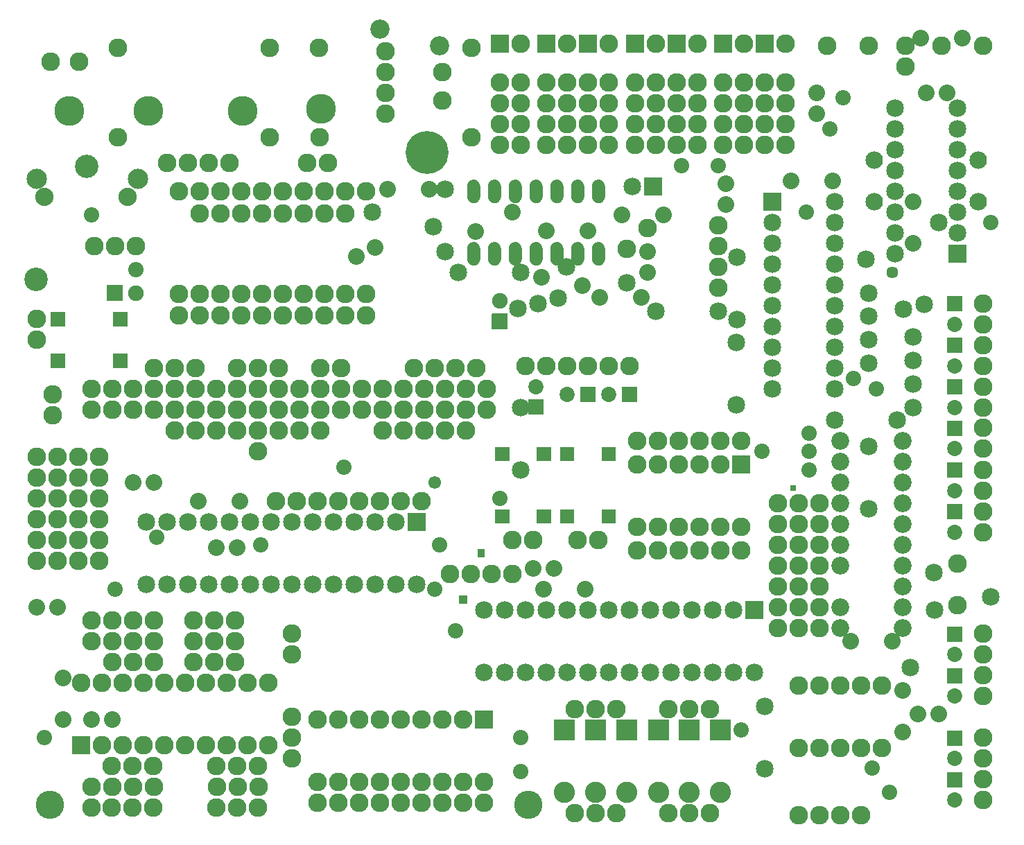
<source format=gbs>
G04 MADE WITH FRITZING*
G04 WWW.FRITZING.ORG*
G04 DOUBLE SIDED*
G04 HOLES PLATED*
G04 CONTOUR ON CENTER OF CONTOUR VECTOR*
%ASAXBY*%
%FSLAX23Y23*%
%MOIN*%
%OFA0B0*%
%SFA1.0B1.0*%
%ADD10C,0.084000*%
%ADD11C,0.092000*%
%ADD12C,0.069370*%
%ADD13C,0.062000*%
%ADD14C,0.075000*%
%ADD15C,0.090157*%
%ADD16C,0.080000*%
%ADD17C,0.085000*%
%ADD18C,0.135984*%
%ADD19C,0.206850*%
%ADD20C,0.143858*%
%ADD21C,0.112362*%
%ADD22C,0.113150*%
%ADD23C,0.097402*%
%ADD24C,0.088000*%
%ADD25C,0.102000*%
%ADD26C,0.073622*%
%ADD27C,0.061181*%
%ADD28C,0.057244*%
%ADD29C,0.085433*%
%ADD30C,0.072992*%
%ADD31R,0.038042X0.039982*%
%ADD32R,0.040511X0.039982*%
%ADD33R,0.029048X0.025873*%
%ADD34R,0.085000X0.085000*%
%ADD35R,0.102000X0.102000*%
%ADD36R,0.090158X0.090158*%
%ADD37R,0.072992X0.072992*%
%ADD38C,0.030000*%
%ADD39R,0.001000X0.001000*%
%LNMASK0*%
G90*
G70*
G54D10*
X4597Y3237D03*
X4597Y3037D03*
X4597Y3237D03*
X4597Y3037D03*
X4597Y3237D03*
X4597Y3037D03*
X4097Y3237D03*
X4097Y3037D03*
X4097Y3237D03*
X4097Y3037D03*
X4097Y3237D03*
X4097Y3037D03*
G54D11*
X2009Y3787D03*
X1722Y3867D03*
X2009Y3787D03*
X1722Y3867D03*
G54D12*
X472Y2273D03*
X172Y2273D03*
X472Y2473D03*
X172Y2473D03*
X2309Y1525D03*
X2309Y1825D03*
X2509Y1525D03*
X2509Y1825D03*
X2622Y1525D03*
X2622Y1825D03*
X2822Y1525D03*
X2822Y1825D03*
G54D13*
X2772Y3087D03*
X2672Y3087D03*
X2572Y3087D03*
X2472Y3087D03*
X2372Y3087D03*
X2272Y3087D03*
X2172Y3087D03*
X2172Y2787D03*
X2272Y2787D03*
X2372Y2787D03*
X2472Y2787D03*
X2572Y2787D03*
X2672Y2787D03*
X2772Y2787D03*
G54D14*
X2297Y2562D03*
X2297Y2462D03*
X2297Y2562D03*
X2297Y2462D03*
X2297Y2562D03*
X2297Y2462D03*
X547Y2600D03*
X447Y2600D03*
X547Y2600D03*
X447Y2600D03*
X547Y2600D03*
X447Y2600D03*
G54D15*
X4422Y3787D03*
X4622Y3787D03*
X4072Y3787D03*
X3872Y3787D03*
X136Y3712D03*
X273Y3712D03*
X2022Y3525D03*
X2022Y3662D03*
G54D16*
X4234Y487D03*
X4234Y687D03*
X847Y1600D03*
X1047Y1600D03*
X2509Y1175D03*
X2709Y1175D03*
X4184Y925D03*
X3984Y925D03*
X196Y550D03*
X196Y750D03*
X3897Y3137D03*
X3697Y3137D03*
X4284Y2837D03*
X4284Y3037D03*
X2884Y2975D03*
X3084Y2975D03*
X1759Y3100D03*
X1959Y3100D03*
X2779Y2579D03*
X2979Y2579D03*
X2497Y2675D03*
X2693Y2635D03*
X2182Y2895D03*
X2359Y2987D03*
X2522Y2900D03*
X2722Y2900D03*
X3009Y2700D03*
X3009Y2800D03*
X3009Y2700D03*
X3009Y2800D03*
X434Y550D03*
X334Y550D03*
X434Y550D03*
X334Y550D03*
X934Y1375D03*
X1034Y1375D03*
X934Y1375D03*
X1034Y1375D03*
X2559Y1275D03*
X2459Y1275D03*
X2559Y1275D03*
X2459Y1275D03*
X4309Y575D03*
X4409Y575D03*
X4309Y575D03*
X4409Y575D03*
X3822Y3462D03*
X3822Y3562D03*
X3822Y3462D03*
X3822Y3562D03*
X172Y1087D03*
X72Y1087D03*
X172Y1087D03*
X72Y1087D03*
X534Y1687D03*
X634Y1687D03*
X534Y1687D03*
X634Y1687D03*
X1699Y2820D03*
X1609Y2775D03*
X1699Y2820D03*
X1609Y2775D03*
X3384Y3025D03*
X3384Y3125D03*
X3384Y3025D03*
X3384Y3125D03*
X4522Y3825D03*
X4322Y3825D03*
X4522Y3825D03*
X4322Y3825D03*
X4348Y3562D03*
X4448Y3562D03*
X4348Y3562D03*
X4448Y3562D03*
G54D17*
X4497Y2787D03*
X4197Y2787D03*
X4497Y2887D03*
X4197Y2887D03*
X4497Y2987D03*
X4197Y2987D03*
X4497Y3087D03*
X4197Y3087D03*
X4497Y3187D03*
X4197Y3187D03*
X4497Y3287D03*
X4197Y3287D03*
X4497Y3387D03*
X4197Y3387D03*
X4497Y3487D03*
X4197Y3487D03*
X1897Y1500D03*
X1897Y1200D03*
X1797Y1500D03*
X1797Y1200D03*
X1697Y1500D03*
X1697Y1200D03*
X1597Y1500D03*
X1597Y1200D03*
X1497Y1500D03*
X1497Y1200D03*
X1397Y1500D03*
X1397Y1200D03*
X1297Y1500D03*
X1297Y1200D03*
X1197Y1500D03*
X1197Y1200D03*
X1097Y1500D03*
X1097Y1200D03*
X997Y1500D03*
X997Y1200D03*
X897Y1500D03*
X897Y1200D03*
X797Y1500D03*
X797Y1200D03*
X697Y1500D03*
X697Y1200D03*
X597Y1500D03*
X597Y1200D03*
X3522Y1075D03*
X3522Y775D03*
X3422Y1075D03*
X3422Y775D03*
X3322Y1075D03*
X3322Y775D03*
X3222Y1075D03*
X3222Y775D03*
X3122Y1075D03*
X3122Y775D03*
X3022Y1075D03*
X3022Y775D03*
X2922Y1075D03*
X2922Y775D03*
X2822Y1075D03*
X2822Y775D03*
X2722Y1075D03*
X2722Y775D03*
X2622Y1075D03*
X2622Y775D03*
X2522Y1075D03*
X2522Y775D03*
X2422Y1075D03*
X2422Y775D03*
X2322Y1075D03*
X2322Y775D03*
X2222Y1075D03*
X2222Y775D03*
X3609Y3037D03*
X3909Y3037D03*
X3609Y2937D03*
X3909Y2937D03*
X3609Y2837D03*
X3909Y2837D03*
X3609Y2737D03*
X3909Y2737D03*
X3609Y2637D03*
X3909Y2637D03*
X3609Y2537D03*
X3909Y2537D03*
X3609Y2437D03*
X3909Y2437D03*
X3609Y2337D03*
X3909Y2337D03*
X3609Y2237D03*
X3909Y2237D03*
X3609Y2137D03*
X3909Y2137D03*
G54D15*
X334Y2137D03*
X434Y2137D03*
X534Y2137D03*
X634Y2137D03*
X734Y2137D03*
X834Y2137D03*
X934Y2137D03*
X1034Y2137D03*
X1134Y2137D03*
X1234Y2137D03*
X1334Y2137D03*
X1434Y2137D03*
X1534Y2137D03*
X1634Y2137D03*
X1734Y2137D03*
X1834Y2137D03*
X1934Y2137D03*
X2034Y2137D03*
X2134Y2137D03*
X2234Y2137D03*
X334Y2137D03*
X434Y2137D03*
X534Y2137D03*
X634Y2137D03*
X734Y2137D03*
X834Y2137D03*
X934Y2137D03*
X1034Y2137D03*
X1134Y2137D03*
X1234Y2137D03*
X1334Y2137D03*
X1434Y2137D03*
X1534Y2137D03*
X1634Y2137D03*
X1734Y2137D03*
X1834Y2137D03*
X1934Y2137D03*
X2034Y2137D03*
X2134Y2137D03*
X2234Y2137D03*
X2234Y2037D03*
X2134Y2037D03*
X2034Y2037D03*
X1934Y2037D03*
X1834Y2037D03*
X1734Y2037D03*
X1634Y2037D03*
X1534Y2037D03*
X1434Y2037D03*
X1334Y2037D03*
X1234Y2037D03*
X1134Y2037D03*
X1034Y2037D03*
X934Y2037D03*
X834Y2037D03*
X734Y2037D03*
X634Y2037D03*
X534Y2037D03*
X434Y2037D03*
X334Y2037D03*
X334Y2137D03*
X434Y2137D03*
X534Y2137D03*
X634Y2137D03*
X734Y2137D03*
X834Y2137D03*
X934Y2137D03*
X1034Y2137D03*
X1134Y2137D03*
X1234Y2137D03*
X1334Y2137D03*
X1434Y2137D03*
X1534Y2137D03*
X1634Y2137D03*
X1734Y2137D03*
X1834Y2137D03*
X1934Y2137D03*
X2034Y2137D03*
X2134Y2137D03*
X2234Y2137D03*
X334Y2137D03*
X434Y2137D03*
X534Y2137D03*
X634Y2137D03*
X734Y2137D03*
X834Y2137D03*
X934Y2137D03*
X1034Y2137D03*
X1134Y2137D03*
X1234Y2137D03*
X1334Y2137D03*
X1434Y2137D03*
X1534Y2137D03*
X1634Y2137D03*
X1734Y2137D03*
X1834Y2137D03*
X1934Y2137D03*
X2034Y2137D03*
X2134Y2137D03*
X2234Y2137D03*
X2234Y2037D03*
X2134Y2037D03*
X2034Y2037D03*
X1934Y2037D03*
X1834Y2037D03*
X1734Y2037D03*
X1634Y2037D03*
X1534Y2037D03*
X1434Y2037D03*
X1334Y2037D03*
X1234Y2037D03*
X1134Y2037D03*
X1034Y2037D03*
X934Y2037D03*
X834Y2037D03*
X734Y2037D03*
X634Y2037D03*
X534Y2037D03*
X434Y2037D03*
X334Y2037D03*
G54D18*
X2434Y137D03*
G54D19*
X1947Y3275D03*
G54D18*
X134Y137D03*
G54D15*
X147Y2112D03*
X147Y2012D03*
X1134Y1837D03*
X1134Y1937D03*
X1434Y2237D03*
X1534Y2237D03*
X634Y2237D03*
X734Y2237D03*
X834Y2237D03*
X1034Y2237D03*
X1134Y2237D03*
X1234Y2237D03*
X734Y1937D03*
X834Y1937D03*
X934Y1937D03*
X1034Y1937D03*
X1234Y1937D03*
X1334Y1937D03*
X1434Y1937D03*
X1734Y1937D03*
X1834Y1937D03*
X1934Y1937D03*
X2034Y1937D03*
X2134Y1937D03*
X2059Y1250D03*
X2159Y1250D03*
X2259Y1250D03*
X2359Y1250D03*
X1884Y2237D03*
X1984Y2237D03*
X2084Y2237D03*
X2184Y2237D03*
G54D20*
X1437Y3485D03*
X1062Y3476D03*
X229Y3476D03*
X608Y3474D03*
G54D21*
X312Y3209D03*
G54D22*
X68Y2665D03*
G54D23*
X556Y3148D03*
X70Y3148D03*
G54D24*
X109Y3062D03*
X509Y3062D03*
X109Y3062D03*
X509Y3062D03*
X109Y3062D03*
X509Y3062D03*
G54D15*
X72Y2475D03*
X72Y2375D03*
G54D25*
X3359Y500D03*
X3359Y200D03*
X3209Y500D03*
X3209Y200D03*
X3061Y500D03*
X3061Y200D03*
X2909Y500D03*
X2909Y200D03*
X2759Y500D03*
X2759Y200D03*
X2609Y500D03*
X2609Y200D03*
G54D15*
X854Y2981D03*
X954Y2981D03*
X1054Y2981D03*
X1154Y2981D03*
X1254Y2981D03*
X1354Y2981D03*
X1454Y2981D03*
X1554Y2981D03*
X754Y3090D03*
X854Y3090D03*
X954Y3090D03*
X1054Y3090D03*
X1154Y3090D03*
X1254Y3090D03*
X1354Y3090D03*
X1454Y3090D03*
X1554Y3090D03*
X1654Y3090D03*
X754Y3090D03*
X854Y3090D03*
X954Y3090D03*
X1054Y3090D03*
X1154Y3090D03*
X1254Y3090D03*
X1354Y3090D03*
X1454Y3090D03*
X1554Y3090D03*
X1654Y3090D03*
X753Y2492D03*
X853Y2492D03*
X953Y2492D03*
X1053Y2492D03*
X1153Y2492D03*
X1253Y2492D03*
X1353Y2492D03*
X1453Y2492D03*
X1553Y2492D03*
X1653Y2492D03*
X753Y2492D03*
X853Y2492D03*
X953Y2492D03*
X1053Y2492D03*
X1153Y2492D03*
X1253Y2492D03*
X1353Y2492D03*
X1453Y2492D03*
X1553Y2492D03*
X1653Y2492D03*
X753Y2596D03*
X853Y2596D03*
X953Y2596D03*
X1053Y2596D03*
X1153Y2596D03*
X1253Y2596D03*
X1353Y2596D03*
X1453Y2596D03*
X1553Y2596D03*
X1653Y2596D03*
X753Y2596D03*
X853Y2596D03*
X953Y2596D03*
X1053Y2596D03*
X1153Y2596D03*
X1253Y2596D03*
X1353Y2596D03*
X1453Y2596D03*
X1553Y2596D03*
X1653Y2596D03*
X1431Y3349D03*
X460Y3349D03*
X2161Y3349D03*
X1190Y3349D03*
X2161Y3779D03*
X1190Y3779D03*
X1429Y3779D03*
X462Y3779D03*
G54D26*
X3997Y2187D03*
X2084Y975D03*
X447Y1175D03*
X109Y462D03*
X1147Y1387D03*
X647Y1425D03*
X2297Y1612D03*
X4172Y200D03*
X4089Y316D03*
X2397Y300D03*
X3459Y500D03*
X2397Y462D03*
G54D27*
X1984Y1687D03*
G54D26*
X1984Y1175D03*
X2009Y1387D03*
X1547Y1762D03*
X3772Y2987D03*
X3559Y1837D03*
X3784Y1837D03*
X3784Y1750D03*
X3784Y1925D03*
G54D28*
X4184Y2700D03*
G54D29*
X4234Y1587D03*
X4234Y1187D03*
X4234Y1287D03*
X4234Y1487D03*
X4234Y1087D03*
X4234Y987D03*
X4234Y1387D03*
X4234Y1787D03*
X4234Y1687D03*
X4234Y1887D03*
X3934Y1887D03*
X3934Y1787D03*
X3934Y1687D03*
X3934Y1587D03*
X3934Y987D03*
X3934Y1087D03*
X3934Y1287D03*
X3934Y1387D03*
X3934Y1487D03*
G54D26*
X4109Y2137D03*
X3884Y3387D03*
X3172Y3212D03*
X4659Y2937D03*
X3347Y3212D03*
X3947Y3537D03*
X334Y2975D03*
X547Y2712D03*
G54D15*
X798Y3226D03*
X698Y3226D03*
X2297Y3612D03*
X2297Y3512D03*
X2297Y3412D03*
X2297Y3312D03*
X2297Y3612D03*
X2297Y3512D03*
X2297Y3412D03*
X2297Y3312D03*
X2397Y3312D03*
X2397Y3412D03*
X2397Y3512D03*
X2397Y3612D03*
X2947Y3612D03*
X2947Y3512D03*
X2947Y3412D03*
X2947Y3312D03*
X2947Y3612D03*
X2947Y3512D03*
X2947Y3412D03*
X2947Y3312D03*
X3047Y3312D03*
X3047Y3412D03*
X3047Y3512D03*
X3047Y3612D03*
X3147Y3612D03*
X3147Y3512D03*
X3147Y3412D03*
X3147Y3312D03*
X3147Y3612D03*
X3147Y3512D03*
X3147Y3412D03*
X3147Y3312D03*
X3247Y3312D03*
X3247Y3412D03*
X3247Y3512D03*
X3247Y3612D03*
X2522Y3612D03*
X2522Y3512D03*
X2522Y3412D03*
X2522Y3312D03*
X2522Y3612D03*
X2522Y3512D03*
X2522Y3412D03*
X2522Y3312D03*
X2622Y3312D03*
X2622Y3412D03*
X2622Y3512D03*
X2622Y3612D03*
X2722Y3612D03*
X2722Y3512D03*
X2722Y3412D03*
X2722Y3312D03*
X2722Y3612D03*
X2722Y3512D03*
X2722Y3412D03*
X2722Y3312D03*
X2822Y3312D03*
X2822Y3412D03*
X2822Y3512D03*
X2822Y3612D03*
X3372Y3612D03*
X3372Y3512D03*
X3372Y3412D03*
X3372Y3312D03*
X3372Y3612D03*
X3372Y3512D03*
X3372Y3412D03*
X3372Y3312D03*
X3472Y3312D03*
X3472Y3412D03*
X3472Y3512D03*
X3472Y3612D03*
X3572Y3612D03*
X3572Y3512D03*
X3572Y3412D03*
X3572Y3312D03*
X3572Y3612D03*
X3572Y3512D03*
X3572Y3412D03*
X3572Y3312D03*
X3672Y3312D03*
X3672Y3412D03*
X3672Y3512D03*
X3672Y3612D03*
X1747Y3762D03*
X1747Y3662D03*
X1747Y3562D03*
X1747Y3462D03*
X1472Y3225D03*
X1372Y3225D03*
X998Y3226D03*
X898Y3226D03*
X3009Y2912D03*
X2909Y2812D03*
G54D17*
X4072Y1562D03*
X4072Y1862D03*
X4072Y1562D03*
X4072Y1862D03*
X4409Y2937D03*
X4337Y2544D03*
X4409Y2937D03*
X4337Y2544D03*
X4659Y1137D03*
X4383Y1254D03*
X4659Y1137D03*
X4383Y1254D03*
X2397Y1750D03*
X2397Y2050D03*
X2397Y1750D03*
X2397Y2050D03*
X3439Y2472D03*
X3439Y2772D03*
X3439Y2472D03*
X3439Y2772D03*
X4059Y2762D03*
X4239Y2522D03*
X4059Y2762D03*
X4239Y2522D03*
X4072Y2600D03*
X4284Y2387D03*
X4072Y2600D03*
X4284Y2387D03*
X4072Y2487D03*
X4284Y2275D03*
X4072Y2487D03*
X4284Y2275D03*
X4072Y2375D03*
X4284Y2162D03*
X4072Y2375D03*
X4284Y2162D03*
X4072Y2262D03*
X4284Y2050D03*
X4072Y2262D03*
X4284Y2050D03*
X4209Y1987D03*
X3909Y1987D03*
X4209Y1987D03*
X3909Y1987D03*
X4272Y800D03*
X4389Y1076D03*
X4272Y800D03*
X4389Y1076D03*
X3572Y312D03*
X3572Y612D03*
X3572Y312D03*
X3572Y612D03*
X3434Y2362D03*
X3434Y2062D03*
X3434Y2362D03*
X3434Y2062D03*
X2909Y2650D03*
X2619Y2726D03*
X2909Y2650D03*
X2619Y2726D03*
X3347Y2512D03*
X3047Y2512D03*
X3347Y2512D03*
X3047Y2512D03*
X1977Y2919D03*
X1684Y2987D03*
X1977Y2919D03*
X1684Y2987D03*
X2034Y2800D03*
X2034Y3100D03*
X2034Y2800D03*
X2034Y3100D03*
X2397Y2700D03*
X2097Y2700D03*
X2397Y2700D03*
X2097Y2700D03*
G54D15*
X2959Y1362D03*
X3059Y1362D03*
X3159Y1362D03*
X3259Y1362D03*
X3359Y1362D03*
X3459Y1362D03*
X2959Y1887D03*
X3059Y1887D03*
X3159Y1887D03*
X3259Y1887D03*
X3359Y1887D03*
X3459Y1887D03*
X4622Y362D03*
X4622Y462D03*
X4622Y162D03*
X4622Y262D03*
X3348Y2625D03*
X3348Y2725D03*
X3348Y2825D03*
X3348Y2925D03*
X2822Y2250D03*
X2922Y2250D03*
X2622Y2250D03*
X2722Y2250D03*
X2422Y2250D03*
X2522Y2250D03*
X3634Y987D03*
X3634Y1087D03*
X3634Y1187D03*
X3634Y1287D03*
X3634Y1387D03*
X3634Y1487D03*
X3634Y1587D03*
X3734Y987D03*
X3734Y1087D03*
X3734Y1187D03*
X3734Y1287D03*
X3734Y1387D03*
X3734Y1487D03*
X3734Y1587D03*
X3834Y987D03*
X3834Y1087D03*
X3834Y1187D03*
X3834Y1287D03*
X3834Y1387D03*
X3834Y1487D03*
X3834Y1587D03*
X4622Y662D03*
X4622Y762D03*
X4622Y862D03*
X4622Y962D03*
X4622Y1450D03*
X4622Y1550D03*
X4622Y1650D03*
X4622Y1750D03*
X4622Y1851D03*
X4622Y1951D03*
X4622Y2050D03*
X4622Y2150D03*
X4622Y2250D03*
X4622Y2350D03*
X4622Y2450D03*
X4622Y2550D03*
X4247Y3687D03*
X4247Y3787D03*
X2297Y3800D03*
X2397Y3800D03*
X3147Y3800D03*
X3247Y3800D03*
X2947Y3800D03*
X3047Y3800D03*
X2722Y3800D03*
X2822Y3800D03*
X2522Y3800D03*
X2622Y3800D03*
X3372Y3800D03*
X3472Y3800D03*
X3572Y3800D03*
X3672Y3800D03*
X172Y1812D03*
X172Y1712D03*
X172Y1612D03*
X172Y1512D03*
X172Y1412D03*
X172Y1312D03*
X72Y1812D03*
X72Y1712D03*
X72Y1612D03*
X72Y1512D03*
X72Y1412D03*
X72Y1312D03*
X272Y1812D03*
X272Y1712D03*
X272Y1612D03*
X272Y1512D03*
X272Y1412D03*
X272Y1312D03*
X272Y1812D03*
X272Y1712D03*
X272Y1612D03*
X272Y1512D03*
X272Y1412D03*
X272Y1312D03*
X372Y1312D03*
X372Y1412D03*
X372Y1512D03*
X372Y1612D03*
X372Y1712D03*
X372Y1812D03*
X334Y1025D03*
X284Y425D03*
X284Y725D03*
X384Y425D03*
X384Y725D03*
X484Y425D03*
X484Y725D03*
X584Y425D03*
X584Y725D03*
X684Y425D03*
X684Y725D03*
X784Y425D03*
X784Y725D03*
X884Y425D03*
X884Y725D03*
X984Y425D03*
X984Y725D03*
X1084Y425D03*
X1084Y725D03*
X1184Y425D03*
X1184Y725D03*
X632Y325D03*
X532Y325D03*
X432Y325D03*
X1134Y325D03*
X1034Y325D03*
X934Y325D03*
X1023Y825D03*
X923Y825D03*
X823Y825D03*
X634Y825D03*
X534Y825D03*
X434Y825D03*
X334Y225D03*
X434Y225D03*
X534Y225D03*
X634Y225D03*
X334Y925D03*
X434Y925D03*
X534Y925D03*
X634Y925D03*
X1134Y125D03*
X1034Y125D03*
X934Y125D03*
X1137Y225D03*
X1037Y225D03*
X937Y225D03*
X632Y125D03*
X532Y125D03*
X432Y125D03*
X547Y2825D03*
X447Y2825D03*
X347Y2825D03*
X1023Y925D03*
X923Y925D03*
X823Y925D03*
X1023Y1025D03*
X923Y1025D03*
X823Y1025D03*
X1222Y1600D03*
X1322Y1600D03*
X1422Y1600D03*
X1522Y1600D03*
X1622Y1600D03*
X1722Y1600D03*
X1822Y1600D03*
X1922Y1600D03*
X634Y1025D03*
X534Y1025D03*
X434Y1025D03*
X334Y125D03*
G54D30*
X4484Y460D03*
X4484Y362D03*
X4484Y260D03*
X4484Y162D03*
X2920Y2112D03*
X2822Y2112D03*
X2720Y2112D03*
X2622Y2112D03*
X2472Y2051D03*
X2472Y2150D03*
X4484Y760D03*
X4484Y662D03*
X4484Y960D03*
X4484Y862D03*
X4484Y1548D03*
X4484Y1450D03*
X4484Y1748D03*
X4484Y1650D03*
X4484Y1950D03*
X4484Y1851D03*
X4484Y2148D03*
X4484Y2050D03*
X4484Y2348D03*
X4484Y2250D03*
X4484Y2548D03*
X4484Y2450D03*
G54D17*
X3034Y3112D03*
X2934Y3112D03*
X3034Y3112D03*
X2934Y3112D03*
X2578Y2575D03*
X2481Y2550D03*
X2384Y2525D03*
G54D15*
X1297Y862D03*
X1297Y962D03*
X1297Y862D03*
X1297Y962D03*
X1297Y362D03*
X1297Y462D03*
X1297Y562D03*
X1297Y362D03*
X1297Y462D03*
X1297Y562D03*
X2222Y550D03*
X2222Y250D03*
X2122Y550D03*
X2122Y250D03*
X2022Y550D03*
X2022Y250D03*
X1922Y550D03*
X1922Y250D03*
X1822Y550D03*
X1822Y250D03*
X1722Y550D03*
X1722Y250D03*
X1622Y550D03*
X1622Y250D03*
X1522Y550D03*
X1522Y250D03*
X1422Y550D03*
X1422Y250D03*
X4496Y1100D03*
X4497Y1300D03*
X2222Y150D03*
X2122Y150D03*
X2022Y150D03*
X1922Y150D03*
X1822Y150D03*
X1722Y150D03*
X1622Y150D03*
X1522Y150D03*
X1422Y150D03*
X3109Y600D03*
X3209Y600D03*
X3309Y600D03*
X2659Y600D03*
X2759Y600D03*
X2859Y600D03*
X2772Y1412D03*
X2672Y1412D03*
X2459Y1412D03*
X2359Y1412D03*
X3109Y100D03*
X3209Y100D03*
X3309Y100D03*
X2659Y100D03*
X2759Y100D03*
X2859Y100D03*
X3459Y1775D03*
X3459Y1475D03*
X3359Y1775D03*
X3359Y1475D03*
X3259Y1775D03*
X3259Y1475D03*
X3159Y1775D03*
X3159Y1475D03*
X3059Y1775D03*
X3059Y1475D03*
X2959Y1775D03*
X2959Y1475D03*
X4034Y87D03*
X3934Y87D03*
X3834Y87D03*
X3734Y87D03*
X4134Y412D03*
X4034Y412D03*
X3934Y412D03*
X3834Y412D03*
X3734Y412D03*
X4134Y712D03*
X4034Y712D03*
X3934Y712D03*
X3834Y712D03*
X3734Y712D03*
G54D31*
X2209Y1350D03*
G54D32*
X2122Y1125D03*
G54D33*
X3709Y1662D03*
G54D34*
X4497Y2787D03*
X1897Y1500D03*
X3522Y1075D03*
X3609Y3037D03*
G54D35*
X3359Y500D03*
X3209Y500D03*
X3061Y500D03*
X2909Y500D03*
X2759Y500D03*
X2609Y500D03*
G54D36*
X2297Y3800D03*
X3147Y3800D03*
X2947Y3800D03*
X2722Y3800D03*
X2522Y3800D03*
X3372Y3800D03*
X3572Y3800D03*
X284Y425D03*
G54D37*
X4484Y460D03*
X4484Y260D03*
X2920Y2112D03*
X2720Y2112D03*
X2472Y2051D03*
X4484Y760D03*
X4484Y960D03*
X4484Y1548D03*
X4484Y1748D03*
X4484Y1950D03*
X4484Y2148D03*
X4484Y2348D03*
X4484Y2548D03*
G54D34*
X3034Y3112D03*
X3034Y3112D03*
G54D36*
X2222Y550D03*
X3459Y1775D03*
G54D38*
G36*
X2049Y3808D02*
X2032Y3749D01*
X1972Y3765D01*
X1989Y3825D01*
X2049Y3808D01*
G37*
D02*
G36*
X2049Y3808D02*
X2032Y3749D01*
X1972Y3765D01*
X1989Y3825D01*
X2049Y3808D01*
G37*
D02*
G54D39*
X2167Y3144D02*
X2176Y3144D01*
X2267Y3144D02*
X2276Y3144D01*
X2366Y3144D02*
X2376Y3144D01*
X2466Y3144D02*
X2476Y3144D01*
X2566Y3144D02*
X2576Y3144D01*
X2666Y3144D02*
X2676Y3144D01*
X2766Y3144D02*
X2776Y3144D01*
X2163Y3143D02*
X2180Y3143D01*
X2263Y3143D02*
X2280Y3143D01*
X2363Y3143D02*
X2380Y3143D01*
X2463Y3143D02*
X2480Y3143D01*
X2563Y3143D02*
X2580Y3143D01*
X2663Y3143D02*
X2680Y3143D01*
X2763Y3143D02*
X2780Y3143D01*
X2160Y3142D02*
X2182Y3142D01*
X2260Y3142D02*
X2282Y3142D01*
X2360Y3142D02*
X2382Y3142D01*
X2460Y3142D02*
X2482Y3142D01*
X2560Y3142D02*
X2582Y3142D01*
X2660Y3142D02*
X2682Y3142D01*
X2760Y3142D02*
X2782Y3142D01*
X2158Y3141D02*
X2184Y3141D01*
X2258Y3141D02*
X2284Y3141D01*
X2358Y3141D02*
X2384Y3141D01*
X2458Y3141D02*
X2484Y3141D01*
X2558Y3141D02*
X2584Y3141D01*
X2658Y3141D02*
X2684Y3141D01*
X2758Y3141D02*
X2784Y3141D01*
X2156Y3140D02*
X2186Y3140D01*
X2256Y3140D02*
X2286Y3140D01*
X2356Y3140D02*
X2386Y3140D01*
X2456Y3140D02*
X2486Y3140D01*
X2556Y3140D02*
X2586Y3140D01*
X2656Y3140D02*
X2686Y3140D01*
X2756Y3140D02*
X2786Y3140D01*
X2155Y3139D02*
X2188Y3139D01*
X2255Y3139D02*
X2288Y3139D01*
X2355Y3139D02*
X2388Y3139D01*
X2455Y3139D02*
X2488Y3139D01*
X2555Y3139D02*
X2588Y3139D01*
X2655Y3139D02*
X2688Y3139D01*
X2755Y3139D02*
X2788Y3139D01*
X2153Y3138D02*
X2189Y3138D01*
X2253Y3138D02*
X2289Y3138D01*
X2353Y3138D02*
X2389Y3138D01*
X2453Y3138D02*
X2489Y3138D01*
X2553Y3138D02*
X2589Y3138D01*
X2653Y3138D02*
X2689Y3138D01*
X2753Y3138D02*
X2789Y3138D01*
X2152Y3137D02*
X2190Y3137D01*
X2252Y3137D02*
X2290Y3137D01*
X2352Y3137D02*
X2390Y3137D01*
X2452Y3137D02*
X2490Y3137D01*
X2552Y3137D02*
X2590Y3137D01*
X2652Y3137D02*
X2690Y3137D01*
X2752Y3137D02*
X2790Y3137D01*
X2151Y3136D02*
X2191Y3136D01*
X2251Y3136D02*
X2291Y3136D01*
X2351Y3136D02*
X2391Y3136D01*
X2451Y3136D02*
X2491Y3136D01*
X2551Y3136D02*
X2591Y3136D01*
X2651Y3136D02*
X2691Y3136D01*
X2751Y3136D02*
X2791Y3136D01*
X2150Y3135D02*
X2193Y3135D01*
X2250Y3135D02*
X2293Y3135D01*
X2350Y3135D02*
X2393Y3135D01*
X2450Y3135D02*
X2493Y3135D01*
X2550Y3135D02*
X2592Y3135D01*
X2650Y3135D02*
X2692Y3135D01*
X2750Y3135D02*
X2792Y3135D01*
X2149Y3134D02*
X2193Y3134D01*
X2249Y3134D02*
X2293Y3134D01*
X2349Y3134D02*
X2393Y3134D01*
X2449Y3134D02*
X2493Y3134D01*
X2549Y3134D02*
X2593Y3134D01*
X2649Y3134D02*
X2693Y3134D01*
X2749Y3134D02*
X2793Y3134D01*
X2148Y3133D02*
X2194Y3133D01*
X2248Y3133D02*
X2294Y3133D01*
X2348Y3133D02*
X2394Y3133D01*
X2448Y3133D02*
X2494Y3133D01*
X2548Y3133D02*
X2594Y3133D01*
X2648Y3133D02*
X2694Y3133D01*
X2748Y3133D02*
X2794Y3133D01*
X2147Y3132D02*
X2195Y3132D01*
X2247Y3132D02*
X2295Y3132D01*
X2347Y3132D02*
X2395Y3132D01*
X2447Y3132D02*
X2495Y3132D01*
X2547Y3132D02*
X2595Y3132D01*
X2647Y3132D02*
X2695Y3132D01*
X2747Y3132D02*
X2795Y3132D01*
X2147Y3131D02*
X2196Y3131D01*
X2247Y3131D02*
X2296Y3131D01*
X2347Y3131D02*
X2396Y3131D01*
X2447Y3131D02*
X2496Y3131D01*
X2547Y3131D02*
X2596Y3131D01*
X2647Y3131D02*
X2696Y3131D01*
X2747Y3131D02*
X2796Y3131D01*
X2146Y3130D02*
X2197Y3130D01*
X2246Y3130D02*
X2297Y3130D01*
X2346Y3130D02*
X2397Y3130D01*
X2446Y3130D02*
X2497Y3130D01*
X2546Y3130D02*
X2597Y3130D01*
X2646Y3130D02*
X2697Y3130D01*
X2746Y3130D02*
X2797Y3130D01*
X2145Y3129D02*
X2197Y3129D01*
X2245Y3129D02*
X2297Y3129D01*
X2345Y3129D02*
X2397Y3129D01*
X2445Y3129D02*
X2497Y3129D01*
X2545Y3129D02*
X2597Y3129D01*
X2645Y3129D02*
X2697Y3129D01*
X2745Y3129D02*
X2797Y3129D01*
X2145Y3128D02*
X2198Y3128D01*
X2245Y3128D02*
X2298Y3128D01*
X2345Y3128D02*
X2398Y3128D01*
X2445Y3128D02*
X2498Y3128D01*
X2545Y3128D02*
X2598Y3128D01*
X2645Y3128D02*
X2698Y3128D01*
X2745Y3128D02*
X2798Y3128D01*
X2144Y3127D02*
X2198Y3127D01*
X2244Y3127D02*
X2298Y3127D01*
X2344Y3127D02*
X2398Y3127D01*
X2444Y3127D02*
X2498Y3127D01*
X2544Y3127D02*
X2598Y3127D01*
X2644Y3127D02*
X2698Y3127D01*
X2744Y3127D02*
X2798Y3127D01*
X2144Y3126D02*
X2199Y3126D01*
X2244Y3126D02*
X2299Y3126D01*
X2344Y3126D02*
X2399Y3126D01*
X2444Y3126D02*
X2499Y3126D01*
X2544Y3126D02*
X2599Y3126D01*
X2644Y3126D02*
X2699Y3126D01*
X2744Y3126D02*
X2799Y3126D01*
X2143Y3125D02*
X2199Y3125D01*
X2243Y3125D02*
X2299Y3125D01*
X2343Y3125D02*
X2399Y3125D01*
X2443Y3125D02*
X2499Y3125D01*
X2543Y3125D02*
X2599Y3125D01*
X2643Y3125D02*
X2699Y3125D01*
X2743Y3125D02*
X2799Y3125D01*
X2143Y3124D02*
X2200Y3124D01*
X2243Y3124D02*
X2300Y3124D01*
X2343Y3124D02*
X2400Y3124D01*
X2443Y3124D02*
X2500Y3124D01*
X2543Y3124D02*
X2600Y3124D01*
X2643Y3124D02*
X2700Y3124D01*
X2743Y3124D02*
X2800Y3124D01*
X2142Y3123D02*
X2200Y3123D01*
X2242Y3123D02*
X2300Y3123D01*
X2342Y3123D02*
X2400Y3123D01*
X2442Y3123D02*
X2500Y3123D01*
X2542Y3123D02*
X2600Y3123D01*
X2642Y3123D02*
X2700Y3123D01*
X2742Y3123D02*
X2800Y3123D01*
X2142Y3122D02*
X2200Y3122D01*
X2242Y3122D02*
X2300Y3122D01*
X2342Y3122D02*
X2400Y3122D01*
X2442Y3122D02*
X2500Y3122D01*
X2542Y3122D02*
X2600Y3122D01*
X2642Y3122D02*
X2700Y3122D01*
X2742Y3122D02*
X2800Y3122D01*
X2142Y3121D02*
X2201Y3121D01*
X2242Y3121D02*
X2301Y3121D01*
X2342Y3121D02*
X2401Y3121D01*
X2442Y3121D02*
X2501Y3121D01*
X2542Y3121D02*
X2601Y3121D01*
X2642Y3121D02*
X2701Y3121D01*
X2742Y3121D02*
X2801Y3121D01*
X2142Y3120D02*
X2201Y3120D01*
X2241Y3120D02*
X2301Y3120D01*
X2341Y3120D02*
X2401Y3120D01*
X2441Y3120D02*
X2501Y3120D01*
X2541Y3120D02*
X2601Y3120D01*
X2641Y3120D02*
X2701Y3120D01*
X2741Y3120D02*
X2801Y3120D01*
X2141Y3119D02*
X2201Y3119D01*
X2241Y3119D02*
X2301Y3119D01*
X2341Y3119D02*
X2401Y3119D01*
X2441Y3119D02*
X2501Y3119D01*
X2541Y3119D02*
X2601Y3119D01*
X2641Y3119D02*
X2701Y3119D01*
X2741Y3119D02*
X2801Y3119D01*
X2141Y3118D02*
X2201Y3118D01*
X2241Y3118D02*
X2301Y3118D01*
X2341Y3118D02*
X2401Y3118D01*
X2441Y3118D02*
X2501Y3118D01*
X2541Y3118D02*
X2601Y3118D01*
X2641Y3118D02*
X2701Y3118D01*
X2741Y3118D02*
X2801Y3118D01*
X2141Y3117D02*
X2201Y3117D01*
X2241Y3117D02*
X2301Y3117D01*
X2341Y3117D02*
X2401Y3117D01*
X2441Y3117D02*
X2501Y3117D01*
X2541Y3117D02*
X2601Y3117D01*
X2641Y3117D02*
X2701Y3117D01*
X2741Y3117D02*
X2801Y3117D01*
X2141Y3116D02*
X2202Y3116D01*
X2241Y3116D02*
X2302Y3116D01*
X2341Y3116D02*
X2402Y3116D01*
X2441Y3116D02*
X2502Y3116D01*
X2541Y3116D02*
X2602Y3116D01*
X2641Y3116D02*
X2702Y3116D01*
X2741Y3116D02*
X2802Y3116D01*
X2141Y3115D02*
X2202Y3115D01*
X2241Y3115D02*
X2302Y3115D01*
X2341Y3115D02*
X2402Y3115D01*
X2441Y3115D02*
X2502Y3115D01*
X2541Y3115D02*
X2602Y3115D01*
X2641Y3115D02*
X2702Y3115D01*
X2741Y3115D02*
X2802Y3115D01*
X2141Y3114D02*
X2202Y3114D01*
X2241Y3114D02*
X2302Y3114D01*
X2341Y3114D02*
X2402Y3114D01*
X2441Y3114D02*
X2502Y3114D01*
X2541Y3114D02*
X2602Y3114D01*
X2641Y3114D02*
X2702Y3114D01*
X2741Y3114D02*
X2802Y3114D01*
X2141Y3113D02*
X2202Y3113D01*
X2241Y3113D02*
X2302Y3113D01*
X2341Y3113D02*
X2402Y3113D01*
X2441Y3113D02*
X2502Y3113D01*
X2541Y3113D02*
X2602Y3113D01*
X2641Y3113D02*
X2702Y3113D01*
X2741Y3113D02*
X2802Y3113D01*
X2141Y3112D02*
X2202Y3112D01*
X2241Y3112D02*
X2302Y3112D01*
X2341Y3112D02*
X2402Y3112D01*
X2441Y3112D02*
X2502Y3112D01*
X2541Y3112D02*
X2602Y3112D01*
X2641Y3112D02*
X2702Y3112D01*
X2741Y3112D02*
X2802Y3112D01*
X2141Y3111D02*
X2202Y3111D01*
X2241Y3111D02*
X2302Y3111D01*
X2341Y3111D02*
X2402Y3111D01*
X2441Y3111D02*
X2502Y3111D01*
X2541Y3111D02*
X2602Y3111D01*
X2641Y3111D02*
X2702Y3111D01*
X2741Y3111D02*
X2802Y3111D01*
X2141Y3110D02*
X2202Y3110D01*
X2241Y3110D02*
X2302Y3110D01*
X2341Y3110D02*
X2402Y3110D01*
X2441Y3110D02*
X2502Y3110D01*
X2541Y3110D02*
X2602Y3110D01*
X2641Y3110D02*
X2702Y3110D01*
X2741Y3110D02*
X2802Y3110D01*
X2141Y3109D02*
X2202Y3109D01*
X2241Y3109D02*
X2302Y3109D01*
X2341Y3109D02*
X2402Y3109D01*
X2441Y3109D02*
X2502Y3109D01*
X2541Y3109D02*
X2602Y3109D01*
X2641Y3109D02*
X2702Y3109D01*
X2741Y3109D02*
X2802Y3109D01*
X2141Y3108D02*
X2202Y3108D01*
X2241Y3108D02*
X2302Y3108D01*
X2341Y3108D02*
X2402Y3108D01*
X2441Y3108D02*
X2502Y3108D01*
X2541Y3108D02*
X2602Y3108D01*
X2641Y3108D02*
X2702Y3108D01*
X2741Y3108D02*
X2802Y3108D01*
X2141Y3107D02*
X2202Y3107D01*
X2241Y3107D02*
X2302Y3107D01*
X2341Y3107D02*
X2402Y3107D01*
X2441Y3107D02*
X2502Y3107D01*
X2541Y3107D02*
X2602Y3107D01*
X2641Y3107D02*
X2702Y3107D01*
X2741Y3107D02*
X2802Y3107D01*
X2141Y3106D02*
X2202Y3106D01*
X2241Y3106D02*
X2302Y3106D01*
X2341Y3106D02*
X2402Y3106D01*
X2441Y3106D02*
X2502Y3106D01*
X2541Y3106D02*
X2602Y3106D01*
X2641Y3106D02*
X2702Y3106D01*
X2741Y3106D02*
X2802Y3106D01*
X2141Y3105D02*
X2202Y3105D01*
X2241Y3105D02*
X2302Y3105D01*
X2341Y3105D02*
X2402Y3105D01*
X2441Y3105D02*
X2502Y3105D01*
X2541Y3105D02*
X2602Y3105D01*
X2641Y3105D02*
X2702Y3105D01*
X2741Y3105D02*
X2802Y3105D01*
X2141Y3104D02*
X2202Y3104D01*
X2241Y3104D02*
X2302Y3104D01*
X2341Y3104D02*
X2402Y3104D01*
X2441Y3104D02*
X2502Y3104D01*
X2541Y3104D02*
X2602Y3104D01*
X2641Y3104D02*
X2702Y3104D01*
X2741Y3104D02*
X2802Y3104D01*
X2141Y3103D02*
X2202Y3103D01*
X2241Y3103D02*
X2302Y3103D01*
X2341Y3103D02*
X2402Y3103D01*
X2441Y3103D02*
X2502Y3103D01*
X2541Y3103D02*
X2602Y3103D01*
X2641Y3103D02*
X2702Y3103D01*
X2741Y3103D02*
X2802Y3103D01*
X2141Y3102D02*
X2202Y3102D01*
X2241Y3102D02*
X2302Y3102D01*
X2341Y3102D02*
X2402Y3102D01*
X2441Y3102D02*
X2502Y3102D01*
X2541Y3102D02*
X2602Y3102D01*
X2641Y3102D02*
X2702Y3102D01*
X2741Y3102D02*
X2802Y3102D01*
X2141Y3101D02*
X2202Y3101D01*
X2241Y3101D02*
X2302Y3101D01*
X2341Y3101D02*
X2402Y3101D01*
X2441Y3101D02*
X2502Y3101D01*
X2541Y3101D02*
X2602Y3101D01*
X2641Y3101D02*
X2702Y3101D01*
X2741Y3101D02*
X2802Y3101D01*
X2141Y3100D02*
X2202Y3100D01*
X2241Y3100D02*
X2302Y3100D01*
X2341Y3100D02*
X2402Y3100D01*
X2441Y3100D02*
X2502Y3100D01*
X2541Y3100D02*
X2602Y3100D01*
X2641Y3100D02*
X2702Y3100D01*
X2741Y3100D02*
X2802Y3100D01*
X2141Y3099D02*
X2202Y3099D01*
X2241Y3099D02*
X2302Y3099D01*
X2341Y3099D02*
X2402Y3099D01*
X2441Y3099D02*
X2502Y3099D01*
X2541Y3099D02*
X2602Y3099D01*
X2641Y3099D02*
X2702Y3099D01*
X2741Y3099D02*
X2802Y3099D01*
X2141Y3098D02*
X2167Y3098D01*
X2175Y3098D02*
X2202Y3098D01*
X2241Y3098D02*
X2267Y3098D01*
X2275Y3098D02*
X2302Y3098D01*
X2341Y3098D02*
X2367Y3098D01*
X2375Y3098D02*
X2402Y3098D01*
X2441Y3098D02*
X2467Y3098D01*
X2475Y3098D02*
X2502Y3098D01*
X2541Y3098D02*
X2567Y3098D01*
X2575Y3098D02*
X2602Y3098D01*
X2641Y3098D02*
X2667Y3098D01*
X2675Y3098D02*
X2702Y3098D01*
X2741Y3098D02*
X2767Y3098D01*
X2775Y3098D02*
X2802Y3098D01*
X2141Y3097D02*
X2165Y3097D01*
X2178Y3097D02*
X2202Y3097D01*
X2241Y3097D02*
X2265Y3097D01*
X2278Y3097D02*
X2302Y3097D01*
X2341Y3097D02*
X2365Y3097D01*
X2378Y3097D02*
X2402Y3097D01*
X2441Y3097D02*
X2465Y3097D01*
X2478Y3097D02*
X2502Y3097D01*
X2541Y3097D02*
X2565Y3097D01*
X2578Y3097D02*
X2602Y3097D01*
X2641Y3097D02*
X2665Y3097D01*
X2678Y3097D02*
X2702Y3097D01*
X2741Y3097D02*
X2765Y3097D01*
X2778Y3097D02*
X2802Y3097D01*
X2141Y3096D02*
X2163Y3096D01*
X2179Y3096D02*
X2202Y3096D01*
X2241Y3096D02*
X2263Y3096D01*
X2279Y3096D02*
X2302Y3096D01*
X2341Y3096D02*
X2363Y3096D01*
X2379Y3096D02*
X2402Y3096D01*
X2441Y3096D02*
X2463Y3096D01*
X2479Y3096D02*
X2502Y3096D01*
X2541Y3096D02*
X2563Y3096D01*
X2579Y3096D02*
X2602Y3096D01*
X2641Y3096D02*
X2663Y3096D01*
X2679Y3096D02*
X2702Y3096D01*
X2741Y3096D02*
X2763Y3096D01*
X2779Y3096D02*
X2802Y3096D01*
X2141Y3095D02*
X2162Y3095D01*
X2180Y3095D02*
X2202Y3095D01*
X2241Y3095D02*
X2262Y3095D01*
X2280Y3095D02*
X2302Y3095D01*
X2341Y3095D02*
X2362Y3095D01*
X2380Y3095D02*
X2402Y3095D01*
X2441Y3095D02*
X2462Y3095D01*
X2480Y3095D02*
X2502Y3095D01*
X2541Y3095D02*
X2562Y3095D01*
X2580Y3095D02*
X2602Y3095D01*
X2641Y3095D02*
X2662Y3095D01*
X2680Y3095D02*
X2702Y3095D01*
X2741Y3095D02*
X2762Y3095D01*
X2780Y3095D02*
X2802Y3095D01*
X2141Y3094D02*
X2161Y3094D01*
X2181Y3094D02*
X2202Y3094D01*
X2241Y3094D02*
X2261Y3094D01*
X2281Y3094D02*
X2302Y3094D01*
X2341Y3094D02*
X2361Y3094D01*
X2381Y3094D02*
X2402Y3094D01*
X2441Y3094D02*
X2461Y3094D01*
X2481Y3094D02*
X2502Y3094D01*
X2541Y3094D02*
X2561Y3094D01*
X2581Y3094D02*
X2602Y3094D01*
X2641Y3094D02*
X2661Y3094D01*
X2681Y3094D02*
X2702Y3094D01*
X2741Y3094D02*
X2761Y3094D01*
X2781Y3094D02*
X2802Y3094D01*
X2141Y3093D02*
X2161Y3093D01*
X2181Y3093D02*
X2202Y3093D01*
X2241Y3093D02*
X2261Y3093D01*
X2281Y3093D02*
X2302Y3093D01*
X2341Y3093D02*
X2361Y3093D01*
X2381Y3093D02*
X2402Y3093D01*
X2441Y3093D02*
X2461Y3093D01*
X2481Y3093D02*
X2502Y3093D01*
X2541Y3093D02*
X2561Y3093D01*
X2581Y3093D02*
X2602Y3093D01*
X2641Y3093D02*
X2661Y3093D01*
X2681Y3093D02*
X2702Y3093D01*
X2741Y3093D02*
X2761Y3093D01*
X2781Y3093D02*
X2802Y3093D01*
X2141Y3092D02*
X2160Y3092D01*
X2182Y3092D02*
X2202Y3092D01*
X2241Y3092D02*
X2260Y3092D01*
X2282Y3092D02*
X2302Y3092D01*
X2341Y3092D02*
X2360Y3092D01*
X2382Y3092D02*
X2402Y3092D01*
X2441Y3092D02*
X2460Y3092D01*
X2482Y3092D02*
X2502Y3092D01*
X2541Y3092D02*
X2560Y3092D01*
X2582Y3092D02*
X2602Y3092D01*
X2641Y3092D02*
X2660Y3092D01*
X2682Y3092D02*
X2702Y3092D01*
X2741Y3092D02*
X2760Y3092D01*
X2782Y3092D02*
X2802Y3092D01*
X2141Y3091D02*
X2160Y3091D01*
X2182Y3091D02*
X2202Y3091D01*
X2241Y3091D02*
X2260Y3091D01*
X2282Y3091D02*
X2302Y3091D01*
X2341Y3091D02*
X2360Y3091D01*
X2382Y3091D02*
X2402Y3091D01*
X2441Y3091D02*
X2460Y3091D01*
X2482Y3091D02*
X2502Y3091D01*
X2541Y3091D02*
X2560Y3091D01*
X2582Y3091D02*
X2602Y3091D01*
X2641Y3091D02*
X2660Y3091D01*
X2682Y3091D02*
X2702Y3091D01*
X2741Y3091D02*
X2760Y3091D01*
X2782Y3091D02*
X2802Y3091D01*
X2141Y3090D02*
X2160Y3090D01*
X2182Y3090D02*
X2202Y3090D01*
X2241Y3090D02*
X2260Y3090D01*
X2282Y3090D02*
X2302Y3090D01*
X2341Y3090D02*
X2360Y3090D01*
X2382Y3090D02*
X2402Y3090D01*
X2441Y3090D02*
X2460Y3090D01*
X2482Y3090D02*
X2502Y3090D01*
X2541Y3090D02*
X2560Y3090D01*
X2582Y3090D02*
X2602Y3090D01*
X2641Y3090D02*
X2660Y3090D01*
X2682Y3090D02*
X2702Y3090D01*
X2741Y3090D02*
X2760Y3090D01*
X2782Y3090D02*
X2802Y3090D01*
X2141Y3089D02*
X2160Y3089D01*
X2183Y3089D02*
X2202Y3089D01*
X2241Y3089D02*
X2260Y3089D01*
X2283Y3089D02*
X2302Y3089D01*
X2341Y3089D02*
X2360Y3089D01*
X2383Y3089D02*
X2402Y3089D01*
X2441Y3089D02*
X2460Y3089D01*
X2483Y3089D02*
X2502Y3089D01*
X2541Y3089D02*
X2560Y3089D01*
X2583Y3089D02*
X2602Y3089D01*
X2641Y3089D02*
X2660Y3089D01*
X2683Y3089D02*
X2702Y3089D01*
X2741Y3089D02*
X2760Y3089D01*
X2783Y3089D02*
X2802Y3089D01*
X2141Y3088D02*
X2160Y3088D01*
X2183Y3088D02*
X2202Y3088D01*
X2241Y3088D02*
X2260Y3088D01*
X2283Y3088D02*
X2302Y3088D01*
X2341Y3088D02*
X2360Y3088D01*
X2383Y3088D02*
X2402Y3088D01*
X2441Y3088D02*
X2460Y3088D01*
X2483Y3088D02*
X2502Y3088D01*
X2541Y3088D02*
X2560Y3088D01*
X2583Y3088D02*
X2602Y3088D01*
X2641Y3088D02*
X2660Y3088D01*
X2683Y3088D02*
X2702Y3088D01*
X2741Y3088D02*
X2760Y3088D01*
X2783Y3088D02*
X2802Y3088D01*
X2141Y3087D02*
X2160Y3087D01*
X2183Y3087D02*
X2202Y3087D01*
X2241Y3087D02*
X2260Y3087D01*
X2283Y3087D02*
X2302Y3087D01*
X2341Y3087D02*
X2360Y3087D01*
X2383Y3087D02*
X2402Y3087D01*
X2441Y3087D02*
X2460Y3087D01*
X2483Y3087D02*
X2502Y3087D01*
X2541Y3087D02*
X2560Y3087D01*
X2583Y3087D02*
X2602Y3087D01*
X2641Y3087D02*
X2660Y3087D01*
X2683Y3087D02*
X2702Y3087D01*
X2741Y3087D02*
X2760Y3087D01*
X2783Y3087D02*
X2802Y3087D01*
X2141Y3086D02*
X2160Y3086D01*
X2183Y3086D02*
X2202Y3086D01*
X2241Y3086D02*
X2260Y3086D01*
X2283Y3086D02*
X2302Y3086D01*
X2341Y3086D02*
X2360Y3086D01*
X2383Y3086D02*
X2402Y3086D01*
X2441Y3086D02*
X2460Y3086D01*
X2483Y3086D02*
X2502Y3086D01*
X2541Y3086D02*
X2560Y3086D01*
X2583Y3086D02*
X2602Y3086D01*
X2641Y3086D02*
X2660Y3086D01*
X2683Y3086D02*
X2702Y3086D01*
X2741Y3086D02*
X2760Y3086D01*
X2783Y3086D02*
X2802Y3086D01*
X2141Y3085D02*
X2160Y3085D01*
X2182Y3085D02*
X2202Y3085D01*
X2241Y3085D02*
X2260Y3085D01*
X2282Y3085D02*
X2302Y3085D01*
X2341Y3085D02*
X2360Y3085D01*
X2382Y3085D02*
X2402Y3085D01*
X2441Y3085D02*
X2460Y3085D01*
X2482Y3085D02*
X2502Y3085D01*
X2541Y3085D02*
X2560Y3085D01*
X2582Y3085D02*
X2602Y3085D01*
X2641Y3085D02*
X2660Y3085D01*
X2682Y3085D02*
X2702Y3085D01*
X2741Y3085D02*
X2760Y3085D01*
X2782Y3085D02*
X2802Y3085D01*
X2141Y3084D02*
X2160Y3084D01*
X2182Y3084D02*
X2202Y3084D01*
X2241Y3084D02*
X2260Y3084D01*
X2282Y3084D02*
X2302Y3084D01*
X2341Y3084D02*
X2360Y3084D01*
X2382Y3084D02*
X2402Y3084D01*
X2441Y3084D02*
X2460Y3084D01*
X2482Y3084D02*
X2502Y3084D01*
X2541Y3084D02*
X2560Y3084D01*
X2582Y3084D02*
X2602Y3084D01*
X2641Y3084D02*
X2660Y3084D01*
X2682Y3084D02*
X2702Y3084D01*
X2741Y3084D02*
X2760Y3084D01*
X2782Y3084D02*
X2802Y3084D01*
X2141Y3083D02*
X2160Y3083D01*
X2182Y3083D02*
X2202Y3083D01*
X2241Y3083D02*
X2260Y3083D01*
X2282Y3083D02*
X2302Y3083D01*
X2341Y3083D02*
X2360Y3083D01*
X2382Y3083D02*
X2402Y3083D01*
X2441Y3083D02*
X2460Y3083D01*
X2482Y3083D02*
X2502Y3083D01*
X2541Y3083D02*
X2560Y3083D01*
X2582Y3083D02*
X2602Y3083D01*
X2641Y3083D02*
X2660Y3083D01*
X2682Y3083D02*
X2702Y3083D01*
X2741Y3083D02*
X2760Y3083D01*
X2782Y3083D02*
X2802Y3083D01*
X2141Y3082D02*
X2161Y3082D01*
X2181Y3082D02*
X2202Y3082D01*
X2241Y3082D02*
X2261Y3082D01*
X2281Y3082D02*
X2302Y3082D01*
X2341Y3082D02*
X2361Y3082D01*
X2381Y3082D02*
X2402Y3082D01*
X2441Y3082D02*
X2461Y3082D01*
X2481Y3082D02*
X2502Y3082D01*
X2541Y3082D02*
X2561Y3082D01*
X2581Y3082D02*
X2602Y3082D01*
X2641Y3082D02*
X2661Y3082D01*
X2681Y3082D02*
X2702Y3082D01*
X2741Y3082D02*
X2761Y3082D01*
X2781Y3082D02*
X2802Y3082D01*
X2141Y3081D02*
X2162Y3081D01*
X2181Y3081D02*
X2202Y3081D01*
X2241Y3081D02*
X2261Y3081D01*
X2281Y3081D02*
X2302Y3081D01*
X2341Y3081D02*
X2361Y3081D01*
X2381Y3081D02*
X2402Y3081D01*
X2441Y3081D02*
X2461Y3081D01*
X2481Y3081D02*
X2502Y3081D01*
X2541Y3081D02*
X2561Y3081D01*
X2581Y3081D02*
X2602Y3081D01*
X2641Y3081D02*
X2661Y3081D01*
X2681Y3081D02*
X2702Y3081D01*
X2741Y3081D02*
X2761Y3081D01*
X2781Y3081D02*
X2802Y3081D01*
X2141Y3080D02*
X2162Y3080D01*
X2180Y3080D02*
X2202Y3080D01*
X2241Y3080D02*
X2262Y3080D01*
X2280Y3080D02*
X2302Y3080D01*
X2341Y3080D02*
X2362Y3080D01*
X2380Y3080D02*
X2402Y3080D01*
X2441Y3080D02*
X2462Y3080D01*
X2480Y3080D02*
X2502Y3080D01*
X2541Y3080D02*
X2562Y3080D01*
X2580Y3080D02*
X2602Y3080D01*
X2641Y3080D02*
X2662Y3080D01*
X2680Y3080D02*
X2702Y3080D01*
X2741Y3080D02*
X2762Y3080D01*
X2780Y3080D02*
X2802Y3080D01*
X2141Y3079D02*
X2163Y3079D01*
X2179Y3079D02*
X2202Y3079D01*
X2241Y3079D02*
X2263Y3079D01*
X2279Y3079D02*
X2302Y3079D01*
X2341Y3079D02*
X2363Y3079D01*
X2379Y3079D02*
X2402Y3079D01*
X2441Y3079D02*
X2463Y3079D01*
X2479Y3079D02*
X2502Y3079D01*
X2541Y3079D02*
X2563Y3079D01*
X2579Y3079D02*
X2602Y3079D01*
X2641Y3079D02*
X2663Y3079D01*
X2679Y3079D02*
X2702Y3079D01*
X2741Y3079D02*
X2763Y3079D01*
X2779Y3079D02*
X2802Y3079D01*
X2141Y3078D02*
X2165Y3078D01*
X2178Y3078D02*
X2202Y3078D01*
X2241Y3078D02*
X2265Y3078D01*
X2278Y3078D02*
X2302Y3078D01*
X2341Y3078D02*
X2365Y3078D01*
X2378Y3078D02*
X2402Y3078D01*
X2441Y3078D02*
X2465Y3078D01*
X2478Y3078D02*
X2502Y3078D01*
X2541Y3078D02*
X2565Y3078D01*
X2578Y3078D02*
X2602Y3078D01*
X2641Y3078D02*
X2665Y3078D01*
X2678Y3078D02*
X2702Y3078D01*
X2741Y3078D02*
X2765Y3078D01*
X2778Y3078D02*
X2802Y3078D01*
X2141Y3077D02*
X2167Y3077D01*
X2175Y3077D02*
X2202Y3077D01*
X2241Y3077D02*
X2267Y3077D01*
X2275Y3077D02*
X2302Y3077D01*
X2341Y3077D02*
X2367Y3077D01*
X2375Y3077D02*
X2402Y3077D01*
X2441Y3077D02*
X2467Y3077D01*
X2475Y3077D02*
X2502Y3077D01*
X2541Y3077D02*
X2567Y3077D01*
X2575Y3077D02*
X2602Y3077D01*
X2641Y3077D02*
X2667Y3077D01*
X2675Y3077D02*
X2702Y3077D01*
X2741Y3077D02*
X2767Y3077D01*
X2775Y3077D02*
X2802Y3077D01*
X2141Y3076D02*
X2202Y3076D01*
X2241Y3076D02*
X2302Y3076D01*
X2341Y3076D02*
X2402Y3076D01*
X2441Y3076D02*
X2502Y3076D01*
X2541Y3076D02*
X2602Y3076D01*
X2641Y3076D02*
X2702Y3076D01*
X2741Y3076D02*
X2802Y3076D01*
X2141Y3075D02*
X2202Y3075D01*
X2241Y3075D02*
X2302Y3075D01*
X2341Y3075D02*
X2402Y3075D01*
X2441Y3075D02*
X2502Y3075D01*
X2541Y3075D02*
X2602Y3075D01*
X2641Y3075D02*
X2702Y3075D01*
X2741Y3075D02*
X2802Y3075D01*
X2141Y3074D02*
X2202Y3074D01*
X2241Y3074D02*
X2302Y3074D01*
X2341Y3074D02*
X2402Y3074D01*
X2441Y3074D02*
X2502Y3074D01*
X2541Y3074D02*
X2602Y3074D01*
X2641Y3074D02*
X2702Y3074D01*
X2741Y3074D02*
X2802Y3074D01*
X2141Y3073D02*
X2202Y3073D01*
X2241Y3073D02*
X2302Y3073D01*
X2341Y3073D02*
X2402Y3073D01*
X2441Y3073D02*
X2502Y3073D01*
X2541Y3073D02*
X2602Y3073D01*
X2641Y3073D02*
X2702Y3073D01*
X2741Y3073D02*
X2802Y3073D01*
X2141Y3072D02*
X2202Y3072D01*
X2241Y3072D02*
X2302Y3072D01*
X2341Y3072D02*
X2402Y3072D01*
X2441Y3072D02*
X2502Y3072D01*
X2541Y3072D02*
X2602Y3072D01*
X2641Y3072D02*
X2702Y3072D01*
X2741Y3072D02*
X2802Y3072D01*
X2141Y3071D02*
X2202Y3071D01*
X2241Y3071D02*
X2302Y3071D01*
X2341Y3071D02*
X2402Y3071D01*
X2441Y3071D02*
X2502Y3071D01*
X2541Y3071D02*
X2602Y3071D01*
X2641Y3071D02*
X2702Y3071D01*
X2741Y3071D02*
X2802Y3071D01*
X2141Y3070D02*
X2202Y3070D01*
X2241Y3070D02*
X2302Y3070D01*
X2341Y3070D02*
X2402Y3070D01*
X2441Y3070D02*
X2502Y3070D01*
X2541Y3070D02*
X2602Y3070D01*
X2641Y3070D02*
X2702Y3070D01*
X2741Y3070D02*
X2802Y3070D01*
X2141Y3069D02*
X2202Y3069D01*
X2241Y3069D02*
X2302Y3069D01*
X2341Y3069D02*
X2402Y3069D01*
X2441Y3069D02*
X2502Y3069D01*
X2541Y3069D02*
X2602Y3069D01*
X2641Y3069D02*
X2702Y3069D01*
X2741Y3069D02*
X2802Y3069D01*
X2141Y3068D02*
X2202Y3068D01*
X2241Y3068D02*
X2302Y3068D01*
X2341Y3068D02*
X2402Y3068D01*
X2441Y3068D02*
X2502Y3068D01*
X2541Y3068D02*
X2602Y3068D01*
X2641Y3068D02*
X2702Y3068D01*
X2741Y3068D02*
X2802Y3068D01*
X2141Y3067D02*
X2202Y3067D01*
X2241Y3067D02*
X2302Y3067D01*
X2341Y3067D02*
X2402Y3067D01*
X2441Y3067D02*
X2502Y3067D01*
X2541Y3067D02*
X2602Y3067D01*
X2641Y3067D02*
X2702Y3067D01*
X2741Y3067D02*
X2802Y3067D01*
X2141Y3066D02*
X2202Y3066D01*
X2241Y3066D02*
X2302Y3066D01*
X2341Y3066D02*
X2402Y3066D01*
X2441Y3066D02*
X2502Y3066D01*
X2541Y3066D02*
X2602Y3066D01*
X2641Y3066D02*
X2702Y3066D01*
X2741Y3066D02*
X2802Y3066D01*
X2141Y3065D02*
X2202Y3065D01*
X2241Y3065D02*
X2302Y3065D01*
X2341Y3065D02*
X2402Y3065D01*
X2441Y3065D02*
X2502Y3065D01*
X2541Y3065D02*
X2602Y3065D01*
X2641Y3065D02*
X2702Y3065D01*
X2741Y3065D02*
X2802Y3065D01*
X2141Y3064D02*
X2202Y3064D01*
X2241Y3064D02*
X2302Y3064D01*
X2341Y3064D02*
X2402Y3064D01*
X2441Y3064D02*
X2502Y3064D01*
X2541Y3064D02*
X2602Y3064D01*
X2641Y3064D02*
X2702Y3064D01*
X2741Y3064D02*
X2802Y3064D01*
X2141Y3063D02*
X2202Y3063D01*
X2241Y3063D02*
X2302Y3063D01*
X2341Y3063D02*
X2402Y3063D01*
X2441Y3063D02*
X2502Y3063D01*
X2541Y3063D02*
X2602Y3063D01*
X2641Y3063D02*
X2702Y3063D01*
X2741Y3063D02*
X2802Y3063D01*
X2141Y3062D02*
X2202Y3062D01*
X2241Y3062D02*
X2302Y3062D01*
X2341Y3062D02*
X2402Y3062D01*
X2441Y3062D02*
X2502Y3062D01*
X2541Y3062D02*
X2602Y3062D01*
X2641Y3062D02*
X2702Y3062D01*
X2741Y3062D02*
X2802Y3062D01*
X2141Y3061D02*
X2202Y3061D01*
X2241Y3061D02*
X2302Y3061D01*
X2341Y3061D02*
X2402Y3061D01*
X2441Y3061D02*
X2502Y3061D01*
X2541Y3061D02*
X2602Y3061D01*
X2641Y3061D02*
X2702Y3061D01*
X2741Y3061D02*
X2802Y3061D01*
X2141Y3060D02*
X2202Y3060D01*
X2241Y3060D02*
X2302Y3060D01*
X2341Y3060D02*
X2402Y3060D01*
X2441Y3060D02*
X2502Y3060D01*
X2541Y3060D02*
X2602Y3060D01*
X2641Y3060D02*
X2702Y3060D01*
X2741Y3060D02*
X2802Y3060D01*
X2141Y3059D02*
X2202Y3059D01*
X2241Y3059D02*
X2302Y3059D01*
X2341Y3059D02*
X2402Y3059D01*
X2441Y3059D02*
X2502Y3059D01*
X2541Y3059D02*
X2602Y3059D01*
X2641Y3059D02*
X2702Y3059D01*
X2741Y3059D02*
X2802Y3059D01*
X2141Y3058D02*
X2201Y3058D01*
X2241Y3058D02*
X2301Y3058D01*
X2341Y3058D02*
X2401Y3058D01*
X2441Y3058D02*
X2501Y3058D01*
X2541Y3058D02*
X2601Y3058D01*
X2641Y3058D02*
X2701Y3058D01*
X2741Y3058D02*
X2801Y3058D01*
X2141Y3057D02*
X2201Y3057D01*
X2241Y3057D02*
X2301Y3057D01*
X2341Y3057D02*
X2401Y3057D01*
X2441Y3057D02*
X2501Y3057D01*
X2541Y3057D02*
X2601Y3057D01*
X2641Y3057D02*
X2701Y3057D01*
X2741Y3057D02*
X2801Y3057D01*
X2141Y3056D02*
X2201Y3056D01*
X2241Y3056D02*
X2301Y3056D01*
X2341Y3056D02*
X2401Y3056D01*
X2441Y3056D02*
X2501Y3056D01*
X2541Y3056D02*
X2601Y3056D01*
X2641Y3056D02*
X2701Y3056D01*
X2741Y3056D02*
X2801Y3056D01*
X2142Y3055D02*
X2201Y3055D01*
X2241Y3055D02*
X2301Y3055D01*
X2341Y3055D02*
X2401Y3055D01*
X2441Y3055D02*
X2501Y3055D01*
X2541Y3055D02*
X2601Y3055D01*
X2641Y3055D02*
X2701Y3055D01*
X2741Y3055D02*
X2801Y3055D01*
X2142Y3054D02*
X2201Y3054D01*
X2242Y3054D02*
X2301Y3054D01*
X2342Y3054D02*
X2401Y3054D01*
X2442Y3054D02*
X2501Y3054D01*
X2542Y3054D02*
X2601Y3054D01*
X2642Y3054D02*
X2701Y3054D01*
X2742Y3054D02*
X2801Y3054D01*
X2142Y3053D02*
X2200Y3053D01*
X2242Y3053D02*
X2300Y3053D01*
X2342Y3053D02*
X2400Y3053D01*
X2442Y3053D02*
X2500Y3053D01*
X2542Y3053D02*
X2600Y3053D01*
X2642Y3053D02*
X2700Y3053D01*
X2742Y3053D02*
X2800Y3053D01*
X2142Y3052D02*
X2200Y3052D01*
X2242Y3052D02*
X2300Y3052D01*
X2342Y3052D02*
X2400Y3052D01*
X2442Y3052D02*
X2500Y3052D01*
X2542Y3052D02*
X2600Y3052D01*
X2642Y3052D02*
X2700Y3052D01*
X2742Y3052D02*
X2800Y3052D01*
X2143Y3051D02*
X2200Y3051D01*
X2243Y3051D02*
X2300Y3051D01*
X2343Y3051D02*
X2400Y3051D01*
X2443Y3051D02*
X2500Y3051D01*
X2543Y3051D02*
X2600Y3051D01*
X2643Y3051D02*
X2700Y3051D01*
X2743Y3051D02*
X2800Y3051D01*
X2143Y3050D02*
X2199Y3050D01*
X2243Y3050D02*
X2299Y3050D01*
X2343Y3050D02*
X2399Y3050D01*
X2443Y3050D02*
X2499Y3050D01*
X2543Y3050D02*
X2599Y3050D01*
X2643Y3050D02*
X2699Y3050D01*
X2743Y3050D02*
X2799Y3050D01*
X2144Y3049D02*
X2199Y3049D01*
X2244Y3049D02*
X2299Y3049D01*
X2344Y3049D02*
X2399Y3049D01*
X2444Y3049D02*
X2499Y3049D01*
X2544Y3049D02*
X2599Y3049D01*
X2644Y3049D02*
X2699Y3049D01*
X2744Y3049D02*
X2799Y3049D01*
X2144Y3048D02*
X2198Y3048D01*
X2244Y3048D02*
X2298Y3048D01*
X2344Y3048D02*
X2398Y3048D01*
X2444Y3048D02*
X2498Y3048D01*
X2544Y3048D02*
X2598Y3048D01*
X2644Y3048D02*
X2698Y3048D01*
X2744Y3048D02*
X2798Y3048D01*
X2145Y3047D02*
X2198Y3047D01*
X2245Y3047D02*
X2298Y3047D01*
X2345Y3047D02*
X2398Y3047D01*
X2445Y3047D02*
X2498Y3047D01*
X2545Y3047D02*
X2598Y3047D01*
X2645Y3047D02*
X2698Y3047D01*
X2745Y3047D02*
X2798Y3047D01*
X2145Y3046D02*
X2197Y3046D01*
X2245Y3046D02*
X2297Y3046D01*
X2345Y3046D02*
X2397Y3046D01*
X2445Y3046D02*
X2497Y3046D01*
X2545Y3046D02*
X2597Y3046D01*
X2645Y3046D02*
X2697Y3046D01*
X2745Y3046D02*
X2797Y3046D01*
X2146Y3045D02*
X2197Y3045D01*
X2246Y3045D02*
X2297Y3045D01*
X2346Y3045D02*
X2397Y3045D01*
X2446Y3045D02*
X2497Y3045D01*
X2546Y3045D02*
X2597Y3045D01*
X2646Y3045D02*
X2697Y3045D01*
X2746Y3045D02*
X2797Y3045D01*
X2147Y3044D02*
X2196Y3044D01*
X2247Y3044D02*
X2296Y3044D01*
X2347Y3044D02*
X2396Y3044D01*
X2447Y3044D02*
X2496Y3044D01*
X2547Y3044D02*
X2596Y3044D01*
X2647Y3044D02*
X2696Y3044D01*
X2747Y3044D02*
X2796Y3044D01*
X2147Y3043D02*
X2195Y3043D01*
X2247Y3043D02*
X2295Y3043D01*
X2347Y3043D02*
X2395Y3043D01*
X2447Y3043D02*
X2495Y3043D01*
X2547Y3043D02*
X2595Y3043D01*
X2647Y3043D02*
X2695Y3043D01*
X2747Y3043D02*
X2795Y3043D01*
X2148Y3042D02*
X2194Y3042D01*
X2248Y3042D02*
X2294Y3042D01*
X2348Y3042D02*
X2394Y3042D01*
X2448Y3042D02*
X2494Y3042D01*
X2548Y3042D02*
X2594Y3042D01*
X2648Y3042D02*
X2694Y3042D01*
X2748Y3042D02*
X2794Y3042D01*
X2149Y3041D02*
X2193Y3041D01*
X2249Y3041D02*
X2293Y3041D01*
X2349Y3041D02*
X2393Y3041D01*
X2449Y3041D02*
X2493Y3041D01*
X2549Y3041D02*
X2593Y3041D01*
X2649Y3041D02*
X2693Y3041D01*
X2749Y3041D02*
X2793Y3041D01*
X2150Y3040D02*
X2193Y3040D01*
X2250Y3040D02*
X2293Y3040D01*
X2350Y3040D02*
X2392Y3040D01*
X2450Y3040D02*
X2492Y3040D01*
X2550Y3040D02*
X2592Y3040D01*
X2650Y3040D02*
X2692Y3040D01*
X2750Y3040D02*
X2792Y3040D01*
X2151Y3039D02*
X2191Y3039D01*
X2251Y3039D02*
X2291Y3039D01*
X2351Y3039D02*
X2391Y3039D01*
X2451Y3039D02*
X2491Y3039D01*
X2551Y3039D02*
X2591Y3039D01*
X2651Y3039D02*
X2691Y3039D01*
X2751Y3039D02*
X2791Y3039D01*
X2152Y3038D02*
X2190Y3038D01*
X2252Y3038D02*
X2290Y3038D01*
X2352Y3038D02*
X2390Y3038D01*
X2452Y3038D02*
X2490Y3038D01*
X2552Y3038D02*
X2590Y3038D01*
X2652Y3038D02*
X2690Y3038D01*
X2752Y3038D02*
X2790Y3038D01*
X2153Y3037D02*
X2189Y3037D01*
X2253Y3037D02*
X2289Y3037D01*
X2353Y3037D02*
X2389Y3037D01*
X2453Y3037D02*
X2489Y3037D01*
X2553Y3037D02*
X2589Y3037D01*
X2653Y3037D02*
X2689Y3037D01*
X2753Y3037D02*
X2789Y3037D01*
X2155Y3036D02*
X2188Y3036D01*
X2255Y3036D02*
X2288Y3036D01*
X2355Y3036D02*
X2388Y3036D01*
X2455Y3036D02*
X2488Y3036D01*
X2555Y3036D02*
X2588Y3036D01*
X2655Y3036D02*
X2688Y3036D01*
X2755Y3036D02*
X2788Y3036D01*
X2156Y3035D02*
X2186Y3035D01*
X2256Y3035D02*
X2286Y3035D01*
X2356Y3035D02*
X2386Y3035D01*
X2456Y3035D02*
X2486Y3035D01*
X2556Y3035D02*
X2586Y3035D01*
X2656Y3035D02*
X2686Y3035D01*
X2756Y3035D02*
X2786Y3035D01*
X2158Y3034D02*
X2184Y3034D01*
X2258Y3034D02*
X2284Y3034D01*
X2358Y3034D02*
X2384Y3034D01*
X2458Y3034D02*
X2484Y3034D01*
X2558Y3034D02*
X2584Y3034D01*
X2658Y3034D02*
X2684Y3034D01*
X2758Y3034D02*
X2784Y3034D01*
X2160Y3033D02*
X2182Y3033D01*
X2260Y3033D02*
X2282Y3033D01*
X2360Y3033D02*
X2382Y3033D01*
X2460Y3033D02*
X2482Y3033D01*
X2560Y3033D02*
X2582Y3033D01*
X2660Y3033D02*
X2682Y3033D01*
X2760Y3033D02*
X2782Y3033D01*
X2163Y3032D02*
X2180Y3032D01*
X2263Y3032D02*
X2280Y3032D01*
X2363Y3032D02*
X2380Y3032D01*
X2463Y3032D02*
X2480Y3032D01*
X2563Y3032D02*
X2580Y3032D01*
X2663Y3032D02*
X2680Y3032D01*
X2763Y3032D02*
X2780Y3032D01*
X2167Y3031D02*
X2176Y3031D01*
X2267Y3031D02*
X2276Y3031D01*
X2367Y3031D02*
X2376Y3031D01*
X2467Y3031D02*
X2476Y3031D01*
X2567Y3031D02*
X2576Y3031D01*
X2667Y3031D02*
X2676Y3031D01*
X2767Y3031D02*
X2776Y3031D01*
X2167Y2844D02*
X2176Y2844D01*
X2267Y2844D02*
X2276Y2844D01*
X2366Y2844D02*
X2376Y2844D01*
X2466Y2844D02*
X2476Y2844D01*
X2566Y2844D02*
X2576Y2844D01*
X2666Y2844D02*
X2676Y2844D01*
X2766Y2844D02*
X2776Y2844D01*
X2163Y2843D02*
X2180Y2843D01*
X2263Y2843D02*
X2280Y2843D01*
X2363Y2843D02*
X2380Y2843D01*
X2463Y2843D02*
X2480Y2843D01*
X2563Y2843D02*
X2580Y2843D01*
X2663Y2843D02*
X2680Y2843D01*
X2763Y2843D02*
X2780Y2843D01*
X2160Y2842D02*
X2182Y2842D01*
X2260Y2842D02*
X2282Y2842D01*
X2360Y2842D02*
X2382Y2842D01*
X2460Y2842D02*
X2482Y2842D01*
X2560Y2842D02*
X2582Y2842D01*
X2660Y2842D02*
X2682Y2842D01*
X2760Y2842D02*
X2782Y2842D01*
X2158Y2841D02*
X2184Y2841D01*
X2258Y2841D02*
X2284Y2841D01*
X2358Y2841D02*
X2384Y2841D01*
X2458Y2841D02*
X2484Y2841D01*
X2558Y2841D02*
X2584Y2841D01*
X2658Y2841D02*
X2684Y2841D01*
X2758Y2841D02*
X2784Y2841D01*
X2156Y2840D02*
X2186Y2840D01*
X2256Y2840D02*
X2286Y2840D01*
X2356Y2840D02*
X2386Y2840D01*
X2456Y2840D02*
X2486Y2840D01*
X2556Y2840D02*
X2586Y2840D01*
X2656Y2840D02*
X2686Y2840D01*
X2756Y2840D02*
X2786Y2840D01*
X2155Y2839D02*
X2188Y2839D01*
X2255Y2839D02*
X2288Y2839D01*
X2355Y2839D02*
X2388Y2839D01*
X2455Y2839D02*
X2488Y2839D01*
X2555Y2839D02*
X2588Y2839D01*
X2655Y2839D02*
X2688Y2839D01*
X2755Y2839D02*
X2788Y2839D01*
X2153Y2838D02*
X2189Y2838D01*
X2253Y2838D02*
X2289Y2838D01*
X2353Y2838D02*
X2389Y2838D01*
X2453Y2838D02*
X2489Y2838D01*
X2553Y2838D02*
X2589Y2838D01*
X2653Y2838D02*
X2689Y2838D01*
X2753Y2838D02*
X2789Y2838D01*
X2152Y2837D02*
X2190Y2837D01*
X2252Y2837D02*
X2290Y2837D01*
X2352Y2837D02*
X2390Y2837D01*
X2452Y2837D02*
X2490Y2837D01*
X2552Y2837D02*
X2590Y2837D01*
X2652Y2837D02*
X2690Y2837D01*
X2752Y2837D02*
X2790Y2837D01*
X2151Y2836D02*
X2191Y2836D01*
X2251Y2836D02*
X2291Y2836D01*
X2351Y2836D02*
X2391Y2836D01*
X2451Y2836D02*
X2491Y2836D01*
X2551Y2836D02*
X2591Y2836D01*
X2651Y2836D02*
X2691Y2836D01*
X2751Y2836D02*
X2791Y2836D01*
X2150Y2835D02*
X2193Y2835D01*
X2250Y2835D02*
X2293Y2835D01*
X2350Y2835D02*
X2393Y2835D01*
X2450Y2835D02*
X2493Y2835D01*
X2550Y2835D02*
X2592Y2835D01*
X2650Y2835D02*
X2692Y2835D01*
X2750Y2835D02*
X2792Y2835D01*
X2149Y2834D02*
X2193Y2834D01*
X2249Y2834D02*
X2293Y2834D01*
X2349Y2834D02*
X2393Y2834D01*
X2449Y2834D02*
X2493Y2834D01*
X2549Y2834D02*
X2593Y2834D01*
X2649Y2834D02*
X2693Y2834D01*
X2749Y2834D02*
X2793Y2834D01*
X2148Y2833D02*
X2194Y2833D01*
X2248Y2833D02*
X2294Y2833D01*
X2348Y2833D02*
X2394Y2833D01*
X2448Y2833D02*
X2494Y2833D01*
X2548Y2833D02*
X2594Y2833D01*
X2648Y2833D02*
X2694Y2833D01*
X2748Y2833D02*
X2794Y2833D01*
X2147Y2832D02*
X2195Y2832D01*
X2247Y2832D02*
X2295Y2832D01*
X2347Y2832D02*
X2395Y2832D01*
X2447Y2832D02*
X2495Y2832D01*
X2547Y2832D02*
X2595Y2832D01*
X2647Y2832D02*
X2695Y2832D01*
X2747Y2832D02*
X2795Y2832D01*
X2147Y2831D02*
X2196Y2831D01*
X2247Y2831D02*
X2296Y2831D01*
X2347Y2831D02*
X2396Y2831D01*
X2447Y2831D02*
X2496Y2831D01*
X2547Y2831D02*
X2596Y2831D01*
X2646Y2831D02*
X2696Y2831D01*
X2746Y2831D02*
X2796Y2831D01*
X2146Y2830D02*
X2197Y2830D01*
X2246Y2830D02*
X2297Y2830D01*
X2346Y2830D02*
X2397Y2830D01*
X2446Y2830D02*
X2497Y2830D01*
X2546Y2830D02*
X2597Y2830D01*
X2646Y2830D02*
X2697Y2830D01*
X2746Y2830D02*
X2797Y2830D01*
X2145Y2829D02*
X2197Y2829D01*
X2245Y2829D02*
X2297Y2829D01*
X2345Y2829D02*
X2397Y2829D01*
X2445Y2829D02*
X2497Y2829D01*
X2545Y2829D02*
X2597Y2829D01*
X2645Y2829D02*
X2697Y2829D01*
X2745Y2829D02*
X2797Y2829D01*
X2145Y2828D02*
X2198Y2828D01*
X2245Y2828D02*
X2298Y2828D01*
X2345Y2828D02*
X2398Y2828D01*
X2445Y2828D02*
X2498Y2828D01*
X2545Y2828D02*
X2598Y2828D01*
X2645Y2828D02*
X2698Y2828D01*
X2745Y2828D02*
X2798Y2828D01*
X2144Y2827D02*
X2198Y2827D01*
X2244Y2827D02*
X2298Y2827D01*
X2344Y2827D02*
X2398Y2827D01*
X2444Y2827D02*
X2498Y2827D01*
X2544Y2827D02*
X2598Y2827D01*
X2644Y2827D02*
X2698Y2827D01*
X2744Y2827D02*
X2798Y2827D01*
X2144Y2826D02*
X2199Y2826D01*
X2244Y2826D02*
X2299Y2826D01*
X2344Y2826D02*
X2399Y2826D01*
X2444Y2826D02*
X2499Y2826D01*
X2544Y2826D02*
X2599Y2826D01*
X2644Y2826D02*
X2699Y2826D01*
X2744Y2826D02*
X2799Y2826D01*
X2143Y2825D02*
X2199Y2825D01*
X2243Y2825D02*
X2299Y2825D01*
X2343Y2825D02*
X2399Y2825D01*
X2443Y2825D02*
X2499Y2825D01*
X2543Y2825D02*
X2599Y2825D01*
X2643Y2825D02*
X2699Y2825D01*
X2743Y2825D02*
X2799Y2825D01*
X2143Y2824D02*
X2200Y2824D01*
X2243Y2824D02*
X2300Y2824D01*
X2343Y2824D02*
X2400Y2824D01*
X2443Y2824D02*
X2500Y2824D01*
X2543Y2824D02*
X2600Y2824D01*
X2643Y2824D02*
X2700Y2824D01*
X2743Y2824D02*
X2800Y2824D01*
X2142Y2823D02*
X2200Y2823D01*
X2242Y2823D02*
X2300Y2823D01*
X2342Y2823D02*
X2400Y2823D01*
X2442Y2823D02*
X2500Y2823D01*
X2542Y2823D02*
X2600Y2823D01*
X2642Y2823D02*
X2700Y2823D01*
X2742Y2823D02*
X2800Y2823D01*
X2142Y2822D02*
X2200Y2822D01*
X2242Y2822D02*
X2300Y2822D01*
X2342Y2822D02*
X2400Y2822D01*
X2442Y2822D02*
X2500Y2822D01*
X2542Y2822D02*
X2600Y2822D01*
X2642Y2822D02*
X2700Y2822D01*
X2742Y2822D02*
X2800Y2822D01*
X2142Y2821D02*
X2201Y2821D01*
X2242Y2821D02*
X2301Y2821D01*
X2342Y2821D02*
X2401Y2821D01*
X2442Y2821D02*
X2501Y2821D01*
X2542Y2821D02*
X2601Y2821D01*
X2642Y2821D02*
X2701Y2821D01*
X2742Y2821D02*
X2801Y2821D01*
X2142Y2820D02*
X2201Y2820D01*
X2241Y2820D02*
X2301Y2820D01*
X2341Y2820D02*
X2401Y2820D01*
X2441Y2820D02*
X2501Y2820D01*
X2541Y2820D02*
X2601Y2820D01*
X2641Y2820D02*
X2701Y2820D01*
X2741Y2820D02*
X2801Y2820D01*
X2141Y2819D02*
X2201Y2819D01*
X2241Y2819D02*
X2301Y2819D01*
X2341Y2819D02*
X2401Y2819D01*
X2441Y2819D02*
X2501Y2819D01*
X2541Y2819D02*
X2601Y2819D01*
X2641Y2819D02*
X2701Y2819D01*
X2741Y2819D02*
X2801Y2819D01*
X2141Y2818D02*
X2201Y2818D01*
X2241Y2818D02*
X2301Y2818D01*
X2341Y2818D02*
X2401Y2818D01*
X2441Y2818D02*
X2501Y2818D01*
X2541Y2818D02*
X2601Y2818D01*
X2641Y2818D02*
X2701Y2818D01*
X2741Y2818D02*
X2801Y2818D01*
X2141Y2817D02*
X2201Y2817D01*
X2241Y2817D02*
X2301Y2817D01*
X2341Y2817D02*
X2401Y2817D01*
X2441Y2817D02*
X2501Y2817D01*
X2541Y2817D02*
X2601Y2817D01*
X2641Y2817D02*
X2701Y2817D01*
X2741Y2817D02*
X2801Y2817D01*
X2141Y2816D02*
X2202Y2816D01*
X2241Y2816D02*
X2302Y2816D01*
X2341Y2816D02*
X2402Y2816D01*
X2441Y2816D02*
X2502Y2816D01*
X2541Y2816D02*
X2602Y2816D01*
X2641Y2816D02*
X2702Y2816D01*
X2741Y2816D02*
X2802Y2816D01*
X2141Y2815D02*
X2202Y2815D01*
X2241Y2815D02*
X2302Y2815D01*
X2341Y2815D02*
X2402Y2815D01*
X2441Y2815D02*
X2502Y2815D01*
X2541Y2815D02*
X2602Y2815D01*
X2641Y2815D02*
X2702Y2815D01*
X2741Y2815D02*
X2802Y2815D01*
X2141Y2814D02*
X2202Y2814D01*
X2241Y2814D02*
X2302Y2814D01*
X2341Y2814D02*
X2402Y2814D01*
X2441Y2814D02*
X2502Y2814D01*
X2541Y2814D02*
X2602Y2814D01*
X2641Y2814D02*
X2702Y2814D01*
X2741Y2814D02*
X2802Y2814D01*
X2141Y2813D02*
X2202Y2813D01*
X2241Y2813D02*
X2302Y2813D01*
X2341Y2813D02*
X2402Y2813D01*
X2441Y2813D02*
X2502Y2813D01*
X2541Y2813D02*
X2602Y2813D01*
X2641Y2813D02*
X2702Y2813D01*
X2741Y2813D02*
X2802Y2813D01*
X2141Y2812D02*
X2202Y2812D01*
X2241Y2812D02*
X2302Y2812D01*
X2341Y2812D02*
X2402Y2812D01*
X2441Y2812D02*
X2502Y2812D01*
X2541Y2812D02*
X2602Y2812D01*
X2641Y2812D02*
X2702Y2812D01*
X2741Y2812D02*
X2802Y2812D01*
X2141Y2811D02*
X2202Y2811D01*
X2241Y2811D02*
X2302Y2811D01*
X2341Y2811D02*
X2402Y2811D01*
X2441Y2811D02*
X2502Y2811D01*
X2541Y2811D02*
X2602Y2811D01*
X2641Y2811D02*
X2702Y2811D01*
X2741Y2811D02*
X2802Y2811D01*
X2141Y2810D02*
X2202Y2810D01*
X2241Y2810D02*
X2302Y2810D01*
X2341Y2810D02*
X2402Y2810D01*
X2441Y2810D02*
X2502Y2810D01*
X2541Y2810D02*
X2602Y2810D01*
X2641Y2810D02*
X2702Y2810D01*
X2741Y2810D02*
X2802Y2810D01*
X2141Y2809D02*
X2202Y2809D01*
X2241Y2809D02*
X2302Y2809D01*
X2341Y2809D02*
X2402Y2809D01*
X2441Y2809D02*
X2502Y2809D01*
X2541Y2809D02*
X2602Y2809D01*
X2641Y2809D02*
X2702Y2809D01*
X2741Y2809D02*
X2802Y2809D01*
X2141Y2808D02*
X2202Y2808D01*
X2241Y2808D02*
X2302Y2808D01*
X2341Y2808D02*
X2402Y2808D01*
X2441Y2808D02*
X2502Y2808D01*
X2541Y2808D02*
X2602Y2808D01*
X2641Y2808D02*
X2702Y2808D01*
X2741Y2808D02*
X2802Y2808D01*
X2141Y2807D02*
X2202Y2807D01*
X2241Y2807D02*
X2302Y2807D01*
X2341Y2807D02*
X2402Y2807D01*
X2441Y2807D02*
X2502Y2807D01*
X2541Y2807D02*
X2602Y2807D01*
X2641Y2807D02*
X2702Y2807D01*
X2741Y2807D02*
X2802Y2807D01*
X2141Y2806D02*
X2202Y2806D01*
X2241Y2806D02*
X2302Y2806D01*
X2341Y2806D02*
X2402Y2806D01*
X2441Y2806D02*
X2502Y2806D01*
X2541Y2806D02*
X2602Y2806D01*
X2641Y2806D02*
X2702Y2806D01*
X2741Y2806D02*
X2802Y2806D01*
X2141Y2805D02*
X2202Y2805D01*
X2241Y2805D02*
X2302Y2805D01*
X2341Y2805D02*
X2402Y2805D01*
X2441Y2805D02*
X2502Y2805D01*
X2541Y2805D02*
X2602Y2805D01*
X2641Y2805D02*
X2702Y2805D01*
X2741Y2805D02*
X2802Y2805D01*
X2141Y2804D02*
X2202Y2804D01*
X2241Y2804D02*
X2302Y2804D01*
X2341Y2804D02*
X2402Y2804D01*
X2441Y2804D02*
X2502Y2804D01*
X2541Y2804D02*
X2602Y2804D01*
X2641Y2804D02*
X2702Y2804D01*
X2741Y2804D02*
X2802Y2804D01*
X2141Y2803D02*
X2202Y2803D01*
X2241Y2803D02*
X2302Y2803D01*
X2341Y2803D02*
X2402Y2803D01*
X2441Y2803D02*
X2502Y2803D01*
X2541Y2803D02*
X2602Y2803D01*
X2641Y2803D02*
X2702Y2803D01*
X2741Y2803D02*
X2802Y2803D01*
X2141Y2802D02*
X2202Y2802D01*
X2241Y2802D02*
X2302Y2802D01*
X2341Y2802D02*
X2402Y2802D01*
X2441Y2802D02*
X2502Y2802D01*
X2541Y2802D02*
X2602Y2802D01*
X2641Y2802D02*
X2702Y2802D01*
X2741Y2802D02*
X2802Y2802D01*
X2141Y2801D02*
X2202Y2801D01*
X2241Y2801D02*
X2302Y2801D01*
X2341Y2801D02*
X2402Y2801D01*
X2441Y2801D02*
X2502Y2801D01*
X2541Y2801D02*
X2602Y2801D01*
X2641Y2801D02*
X2702Y2801D01*
X2741Y2801D02*
X2802Y2801D01*
X2141Y2800D02*
X2202Y2800D01*
X2241Y2800D02*
X2302Y2800D01*
X2341Y2800D02*
X2402Y2800D01*
X2441Y2800D02*
X2502Y2800D01*
X2541Y2800D02*
X2602Y2800D01*
X2641Y2800D02*
X2702Y2800D01*
X2741Y2800D02*
X2802Y2800D01*
X2141Y2799D02*
X2202Y2799D01*
X2241Y2799D02*
X2302Y2799D01*
X2341Y2799D02*
X2402Y2799D01*
X2441Y2799D02*
X2502Y2799D01*
X2541Y2799D02*
X2602Y2799D01*
X2641Y2799D02*
X2702Y2799D01*
X2741Y2799D02*
X2802Y2799D01*
X2141Y2798D02*
X2167Y2798D01*
X2175Y2798D02*
X2202Y2798D01*
X2241Y2798D02*
X2267Y2798D01*
X2275Y2798D02*
X2302Y2798D01*
X2341Y2798D02*
X2367Y2798D01*
X2375Y2798D02*
X2402Y2798D01*
X2441Y2798D02*
X2467Y2798D01*
X2475Y2798D02*
X2502Y2798D01*
X2541Y2798D02*
X2567Y2798D01*
X2575Y2798D02*
X2602Y2798D01*
X2641Y2798D02*
X2667Y2798D01*
X2675Y2798D02*
X2702Y2798D01*
X2741Y2798D02*
X2767Y2798D01*
X2775Y2798D02*
X2802Y2798D01*
X2141Y2797D02*
X2165Y2797D01*
X2178Y2797D02*
X2202Y2797D01*
X2241Y2797D02*
X2265Y2797D01*
X2278Y2797D02*
X2302Y2797D01*
X2341Y2797D02*
X2365Y2797D01*
X2378Y2797D02*
X2402Y2797D01*
X2441Y2797D02*
X2465Y2797D01*
X2478Y2797D02*
X2502Y2797D01*
X2541Y2797D02*
X2565Y2797D01*
X2578Y2797D02*
X2602Y2797D01*
X2641Y2797D02*
X2665Y2797D01*
X2678Y2797D02*
X2702Y2797D01*
X2741Y2797D02*
X2765Y2797D01*
X2778Y2797D02*
X2802Y2797D01*
X2141Y2796D02*
X2163Y2796D01*
X2179Y2796D02*
X2202Y2796D01*
X2241Y2796D02*
X2263Y2796D01*
X2279Y2796D02*
X2302Y2796D01*
X2341Y2796D02*
X2363Y2796D01*
X2379Y2796D02*
X2402Y2796D01*
X2441Y2796D02*
X2463Y2796D01*
X2479Y2796D02*
X2502Y2796D01*
X2541Y2796D02*
X2563Y2796D01*
X2579Y2796D02*
X2602Y2796D01*
X2641Y2796D02*
X2663Y2796D01*
X2679Y2796D02*
X2702Y2796D01*
X2741Y2796D02*
X2763Y2796D01*
X2779Y2796D02*
X2802Y2796D01*
X2141Y2795D02*
X2162Y2795D01*
X2180Y2795D02*
X2202Y2795D01*
X2241Y2795D02*
X2262Y2795D01*
X2280Y2795D02*
X2302Y2795D01*
X2341Y2795D02*
X2362Y2795D01*
X2380Y2795D02*
X2402Y2795D01*
X2441Y2795D02*
X2462Y2795D01*
X2480Y2795D02*
X2502Y2795D01*
X2541Y2795D02*
X2562Y2795D01*
X2580Y2795D02*
X2602Y2795D01*
X2641Y2795D02*
X2662Y2795D01*
X2680Y2795D02*
X2702Y2795D01*
X2741Y2795D02*
X2762Y2795D01*
X2780Y2795D02*
X2802Y2795D01*
X2141Y2794D02*
X2161Y2794D01*
X2181Y2794D02*
X2202Y2794D01*
X2241Y2794D02*
X2261Y2794D01*
X2281Y2794D02*
X2302Y2794D01*
X2341Y2794D02*
X2361Y2794D01*
X2381Y2794D02*
X2402Y2794D01*
X2441Y2794D02*
X2461Y2794D01*
X2481Y2794D02*
X2502Y2794D01*
X2541Y2794D02*
X2561Y2794D01*
X2581Y2794D02*
X2602Y2794D01*
X2641Y2794D02*
X2661Y2794D01*
X2681Y2794D02*
X2702Y2794D01*
X2741Y2794D02*
X2761Y2794D01*
X2781Y2794D02*
X2802Y2794D01*
X2141Y2793D02*
X2161Y2793D01*
X2181Y2793D02*
X2202Y2793D01*
X2241Y2793D02*
X2261Y2793D01*
X2281Y2793D02*
X2302Y2793D01*
X2341Y2793D02*
X2361Y2793D01*
X2381Y2793D02*
X2402Y2793D01*
X2441Y2793D02*
X2461Y2793D01*
X2481Y2793D02*
X2502Y2793D01*
X2541Y2793D02*
X2561Y2793D01*
X2581Y2793D02*
X2602Y2793D01*
X2641Y2793D02*
X2661Y2793D01*
X2681Y2793D02*
X2702Y2793D01*
X2741Y2793D02*
X2761Y2793D01*
X2781Y2793D02*
X2802Y2793D01*
X2141Y2792D02*
X2160Y2792D01*
X2182Y2792D02*
X2202Y2792D01*
X2241Y2792D02*
X2260Y2792D01*
X2282Y2792D02*
X2302Y2792D01*
X2341Y2792D02*
X2360Y2792D01*
X2382Y2792D02*
X2402Y2792D01*
X2441Y2792D02*
X2460Y2792D01*
X2482Y2792D02*
X2502Y2792D01*
X2541Y2792D02*
X2560Y2792D01*
X2582Y2792D02*
X2602Y2792D01*
X2641Y2792D02*
X2660Y2792D01*
X2682Y2792D02*
X2702Y2792D01*
X2741Y2792D02*
X2760Y2792D01*
X2782Y2792D02*
X2802Y2792D01*
X2141Y2791D02*
X2160Y2791D01*
X2182Y2791D02*
X2202Y2791D01*
X2241Y2791D02*
X2260Y2791D01*
X2282Y2791D02*
X2302Y2791D01*
X2341Y2791D02*
X2360Y2791D01*
X2382Y2791D02*
X2402Y2791D01*
X2441Y2791D02*
X2460Y2791D01*
X2482Y2791D02*
X2502Y2791D01*
X2541Y2791D02*
X2560Y2791D01*
X2582Y2791D02*
X2602Y2791D01*
X2641Y2791D02*
X2660Y2791D01*
X2682Y2791D02*
X2702Y2791D01*
X2741Y2791D02*
X2760Y2791D01*
X2782Y2791D02*
X2802Y2791D01*
X2141Y2790D02*
X2160Y2790D01*
X2182Y2790D02*
X2202Y2790D01*
X2241Y2790D02*
X2260Y2790D01*
X2282Y2790D02*
X2302Y2790D01*
X2341Y2790D02*
X2360Y2790D01*
X2382Y2790D02*
X2402Y2790D01*
X2441Y2790D02*
X2460Y2790D01*
X2482Y2790D02*
X2502Y2790D01*
X2541Y2790D02*
X2560Y2790D01*
X2582Y2790D02*
X2602Y2790D01*
X2641Y2790D02*
X2660Y2790D01*
X2682Y2790D02*
X2702Y2790D01*
X2741Y2790D02*
X2760Y2790D01*
X2782Y2790D02*
X2802Y2790D01*
X2141Y2789D02*
X2160Y2789D01*
X2183Y2789D02*
X2202Y2789D01*
X2241Y2789D02*
X2260Y2789D01*
X2283Y2789D02*
X2302Y2789D01*
X2341Y2789D02*
X2360Y2789D01*
X2383Y2789D02*
X2402Y2789D01*
X2441Y2789D02*
X2460Y2789D01*
X2483Y2789D02*
X2502Y2789D01*
X2541Y2789D02*
X2560Y2789D01*
X2583Y2789D02*
X2602Y2789D01*
X2641Y2789D02*
X2660Y2789D01*
X2683Y2789D02*
X2702Y2789D01*
X2741Y2789D02*
X2760Y2789D01*
X2783Y2789D02*
X2802Y2789D01*
X2141Y2788D02*
X2160Y2788D01*
X2183Y2788D02*
X2202Y2788D01*
X2241Y2788D02*
X2260Y2788D01*
X2283Y2788D02*
X2302Y2788D01*
X2341Y2788D02*
X2360Y2788D01*
X2383Y2788D02*
X2402Y2788D01*
X2441Y2788D02*
X2460Y2788D01*
X2483Y2788D02*
X2502Y2788D01*
X2541Y2788D02*
X2560Y2788D01*
X2583Y2788D02*
X2602Y2788D01*
X2641Y2788D02*
X2660Y2788D01*
X2683Y2788D02*
X2702Y2788D01*
X2741Y2788D02*
X2760Y2788D01*
X2783Y2788D02*
X2802Y2788D01*
X2141Y2787D02*
X2160Y2787D01*
X2183Y2787D02*
X2202Y2787D01*
X2241Y2787D02*
X2260Y2787D01*
X2283Y2787D02*
X2302Y2787D01*
X2341Y2787D02*
X2360Y2787D01*
X2383Y2787D02*
X2402Y2787D01*
X2441Y2787D02*
X2460Y2787D01*
X2483Y2787D02*
X2502Y2787D01*
X2541Y2787D02*
X2560Y2787D01*
X2583Y2787D02*
X2602Y2787D01*
X2641Y2787D02*
X2660Y2787D01*
X2683Y2787D02*
X2702Y2787D01*
X2741Y2787D02*
X2760Y2787D01*
X2783Y2787D02*
X2802Y2787D01*
X2141Y2786D02*
X2160Y2786D01*
X2183Y2786D02*
X2202Y2786D01*
X2241Y2786D02*
X2260Y2786D01*
X2283Y2786D02*
X2302Y2786D01*
X2341Y2786D02*
X2360Y2786D01*
X2383Y2786D02*
X2402Y2786D01*
X2441Y2786D02*
X2460Y2786D01*
X2483Y2786D02*
X2502Y2786D01*
X2541Y2786D02*
X2560Y2786D01*
X2583Y2786D02*
X2602Y2786D01*
X2641Y2786D02*
X2660Y2786D01*
X2683Y2786D02*
X2702Y2786D01*
X2741Y2786D02*
X2760Y2786D01*
X2783Y2786D02*
X2802Y2786D01*
X2141Y2785D02*
X2160Y2785D01*
X2182Y2785D02*
X2202Y2785D01*
X2241Y2785D02*
X2260Y2785D01*
X2282Y2785D02*
X2302Y2785D01*
X2341Y2785D02*
X2360Y2785D01*
X2382Y2785D02*
X2402Y2785D01*
X2441Y2785D02*
X2460Y2785D01*
X2482Y2785D02*
X2502Y2785D01*
X2541Y2785D02*
X2560Y2785D01*
X2582Y2785D02*
X2602Y2785D01*
X2641Y2785D02*
X2660Y2785D01*
X2682Y2785D02*
X2702Y2785D01*
X2741Y2785D02*
X2760Y2785D01*
X2782Y2785D02*
X2802Y2785D01*
X2141Y2784D02*
X2160Y2784D01*
X2182Y2784D02*
X2202Y2784D01*
X2241Y2784D02*
X2260Y2784D01*
X2282Y2784D02*
X2302Y2784D01*
X2341Y2784D02*
X2360Y2784D01*
X2382Y2784D02*
X2402Y2784D01*
X2441Y2784D02*
X2460Y2784D01*
X2482Y2784D02*
X2502Y2784D01*
X2541Y2784D02*
X2560Y2784D01*
X2582Y2784D02*
X2602Y2784D01*
X2641Y2784D02*
X2660Y2784D01*
X2682Y2784D02*
X2702Y2784D01*
X2741Y2784D02*
X2760Y2784D01*
X2782Y2784D02*
X2802Y2784D01*
X2141Y2783D02*
X2160Y2783D01*
X2182Y2783D02*
X2202Y2783D01*
X2241Y2783D02*
X2260Y2783D01*
X2282Y2783D02*
X2302Y2783D01*
X2341Y2783D02*
X2360Y2783D01*
X2382Y2783D02*
X2402Y2783D01*
X2441Y2783D02*
X2460Y2783D01*
X2482Y2783D02*
X2502Y2783D01*
X2541Y2783D02*
X2560Y2783D01*
X2582Y2783D02*
X2602Y2783D01*
X2641Y2783D02*
X2660Y2783D01*
X2682Y2783D02*
X2702Y2783D01*
X2741Y2783D02*
X2760Y2783D01*
X2782Y2783D02*
X2802Y2783D01*
X2141Y2782D02*
X2161Y2782D01*
X2181Y2782D02*
X2202Y2782D01*
X2241Y2782D02*
X2261Y2782D01*
X2281Y2782D02*
X2302Y2782D01*
X2341Y2782D02*
X2361Y2782D01*
X2381Y2782D02*
X2402Y2782D01*
X2441Y2782D02*
X2461Y2782D01*
X2481Y2782D02*
X2502Y2782D01*
X2541Y2782D02*
X2561Y2782D01*
X2581Y2782D02*
X2602Y2782D01*
X2641Y2782D02*
X2661Y2782D01*
X2681Y2782D02*
X2702Y2782D01*
X2741Y2782D02*
X2761Y2782D01*
X2781Y2782D02*
X2802Y2782D01*
X2141Y2781D02*
X2162Y2781D01*
X2181Y2781D02*
X2202Y2781D01*
X2241Y2781D02*
X2261Y2781D01*
X2281Y2781D02*
X2302Y2781D01*
X2341Y2781D02*
X2361Y2781D01*
X2381Y2781D02*
X2402Y2781D01*
X2441Y2781D02*
X2461Y2781D01*
X2481Y2781D02*
X2502Y2781D01*
X2541Y2781D02*
X2561Y2781D01*
X2581Y2781D02*
X2602Y2781D01*
X2641Y2781D02*
X2661Y2781D01*
X2681Y2781D02*
X2702Y2781D01*
X2741Y2781D02*
X2761Y2781D01*
X2781Y2781D02*
X2802Y2781D01*
X2141Y2780D02*
X2162Y2780D01*
X2180Y2780D02*
X2202Y2780D01*
X2241Y2780D02*
X2262Y2780D01*
X2280Y2780D02*
X2302Y2780D01*
X2341Y2780D02*
X2362Y2780D01*
X2380Y2780D02*
X2402Y2780D01*
X2441Y2780D02*
X2462Y2780D01*
X2480Y2780D02*
X2502Y2780D01*
X2541Y2780D02*
X2562Y2780D01*
X2580Y2780D02*
X2602Y2780D01*
X2641Y2780D02*
X2662Y2780D01*
X2680Y2780D02*
X2702Y2780D01*
X2741Y2780D02*
X2762Y2780D01*
X2780Y2780D02*
X2802Y2780D01*
X2141Y2779D02*
X2163Y2779D01*
X2179Y2779D02*
X2202Y2779D01*
X2241Y2779D02*
X2263Y2779D01*
X2279Y2779D02*
X2302Y2779D01*
X2341Y2779D02*
X2363Y2779D01*
X2379Y2779D02*
X2402Y2779D01*
X2441Y2779D02*
X2463Y2779D01*
X2479Y2779D02*
X2502Y2779D01*
X2541Y2779D02*
X2563Y2779D01*
X2579Y2779D02*
X2602Y2779D01*
X2641Y2779D02*
X2663Y2779D01*
X2679Y2779D02*
X2702Y2779D01*
X2741Y2779D02*
X2763Y2779D01*
X2779Y2779D02*
X2802Y2779D01*
X2141Y2778D02*
X2165Y2778D01*
X2178Y2778D02*
X2202Y2778D01*
X2241Y2778D02*
X2265Y2778D01*
X2278Y2778D02*
X2302Y2778D01*
X2341Y2778D02*
X2365Y2778D01*
X2378Y2778D02*
X2402Y2778D01*
X2441Y2778D02*
X2465Y2778D01*
X2478Y2778D02*
X2502Y2778D01*
X2541Y2778D02*
X2565Y2778D01*
X2578Y2778D02*
X2602Y2778D01*
X2641Y2778D02*
X2665Y2778D01*
X2678Y2778D02*
X2702Y2778D01*
X2741Y2778D02*
X2765Y2778D01*
X2778Y2778D02*
X2802Y2778D01*
X2141Y2777D02*
X2167Y2777D01*
X2175Y2777D02*
X2202Y2777D01*
X2241Y2777D02*
X2267Y2777D01*
X2275Y2777D02*
X2302Y2777D01*
X2341Y2777D02*
X2367Y2777D01*
X2375Y2777D02*
X2402Y2777D01*
X2441Y2777D02*
X2467Y2777D01*
X2475Y2777D02*
X2502Y2777D01*
X2541Y2777D02*
X2567Y2777D01*
X2575Y2777D02*
X2602Y2777D01*
X2641Y2777D02*
X2667Y2777D01*
X2675Y2777D02*
X2702Y2777D01*
X2741Y2777D02*
X2767Y2777D01*
X2775Y2777D02*
X2802Y2777D01*
X2141Y2776D02*
X2202Y2776D01*
X2241Y2776D02*
X2302Y2776D01*
X2341Y2776D02*
X2402Y2776D01*
X2441Y2776D02*
X2502Y2776D01*
X2541Y2776D02*
X2602Y2776D01*
X2641Y2776D02*
X2702Y2776D01*
X2741Y2776D02*
X2802Y2776D01*
X2141Y2775D02*
X2202Y2775D01*
X2241Y2775D02*
X2302Y2775D01*
X2341Y2775D02*
X2402Y2775D01*
X2441Y2775D02*
X2502Y2775D01*
X2541Y2775D02*
X2602Y2775D01*
X2641Y2775D02*
X2702Y2775D01*
X2741Y2775D02*
X2802Y2775D01*
X2141Y2774D02*
X2202Y2774D01*
X2241Y2774D02*
X2302Y2774D01*
X2341Y2774D02*
X2402Y2774D01*
X2441Y2774D02*
X2502Y2774D01*
X2541Y2774D02*
X2602Y2774D01*
X2641Y2774D02*
X2702Y2774D01*
X2741Y2774D02*
X2802Y2774D01*
X2141Y2773D02*
X2202Y2773D01*
X2241Y2773D02*
X2302Y2773D01*
X2341Y2773D02*
X2402Y2773D01*
X2441Y2773D02*
X2502Y2773D01*
X2541Y2773D02*
X2602Y2773D01*
X2641Y2773D02*
X2702Y2773D01*
X2741Y2773D02*
X2802Y2773D01*
X2141Y2772D02*
X2202Y2772D01*
X2241Y2772D02*
X2302Y2772D01*
X2341Y2772D02*
X2402Y2772D01*
X2441Y2772D02*
X2502Y2772D01*
X2541Y2772D02*
X2602Y2772D01*
X2641Y2772D02*
X2702Y2772D01*
X2741Y2772D02*
X2802Y2772D01*
X2141Y2771D02*
X2202Y2771D01*
X2241Y2771D02*
X2302Y2771D01*
X2341Y2771D02*
X2402Y2771D01*
X2441Y2771D02*
X2502Y2771D01*
X2541Y2771D02*
X2602Y2771D01*
X2641Y2771D02*
X2702Y2771D01*
X2741Y2771D02*
X2802Y2771D01*
X2141Y2770D02*
X2202Y2770D01*
X2241Y2770D02*
X2302Y2770D01*
X2341Y2770D02*
X2402Y2770D01*
X2441Y2770D02*
X2502Y2770D01*
X2541Y2770D02*
X2602Y2770D01*
X2641Y2770D02*
X2702Y2770D01*
X2741Y2770D02*
X2802Y2770D01*
X2141Y2769D02*
X2202Y2769D01*
X2241Y2769D02*
X2302Y2769D01*
X2341Y2769D02*
X2402Y2769D01*
X2441Y2769D02*
X2502Y2769D01*
X2541Y2769D02*
X2602Y2769D01*
X2641Y2769D02*
X2702Y2769D01*
X2741Y2769D02*
X2802Y2769D01*
X2141Y2768D02*
X2202Y2768D01*
X2241Y2768D02*
X2302Y2768D01*
X2341Y2768D02*
X2402Y2768D01*
X2441Y2768D02*
X2502Y2768D01*
X2541Y2768D02*
X2602Y2768D01*
X2641Y2768D02*
X2702Y2768D01*
X2741Y2768D02*
X2802Y2768D01*
X2141Y2767D02*
X2202Y2767D01*
X2241Y2767D02*
X2302Y2767D01*
X2341Y2767D02*
X2402Y2767D01*
X2441Y2767D02*
X2502Y2767D01*
X2541Y2767D02*
X2602Y2767D01*
X2641Y2767D02*
X2702Y2767D01*
X2741Y2767D02*
X2802Y2767D01*
X2141Y2766D02*
X2202Y2766D01*
X2241Y2766D02*
X2302Y2766D01*
X2341Y2766D02*
X2402Y2766D01*
X2441Y2766D02*
X2502Y2766D01*
X2541Y2766D02*
X2602Y2766D01*
X2641Y2766D02*
X2702Y2766D01*
X2741Y2766D02*
X2802Y2766D01*
X2141Y2765D02*
X2202Y2765D01*
X2241Y2765D02*
X2302Y2765D01*
X2341Y2765D02*
X2402Y2765D01*
X2441Y2765D02*
X2502Y2765D01*
X2541Y2765D02*
X2602Y2765D01*
X2641Y2765D02*
X2702Y2765D01*
X2741Y2765D02*
X2802Y2765D01*
X2141Y2764D02*
X2202Y2764D01*
X2241Y2764D02*
X2302Y2764D01*
X2341Y2764D02*
X2402Y2764D01*
X2441Y2764D02*
X2502Y2764D01*
X2541Y2764D02*
X2602Y2764D01*
X2641Y2764D02*
X2702Y2764D01*
X2741Y2764D02*
X2802Y2764D01*
X2141Y2763D02*
X2202Y2763D01*
X2241Y2763D02*
X2302Y2763D01*
X2341Y2763D02*
X2402Y2763D01*
X2441Y2763D02*
X2502Y2763D01*
X2541Y2763D02*
X2602Y2763D01*
X2641Y2763D02*
X2702Y2763D01*
X2741Y2763D02*
X2802Y2763D01*
X2141Y2762D02*
X2202Y2762D01*
X2241Y2762D02*
X2302Y2762D01*
X2341Y2762D02*
X2402Y2762D01*
X2441Y2762D02*
X2502Y2762D01*
X2541Y2762D02*
X2602Y2762D01*
X2641Y2762D02*
X2702Y2762D01*
X2741Y2762D02*
X2802Y2762D01*
X2141Y2761D02*
X2202Y2761D01*
X2241Y2761D02*
X2302Y2761D01*
X2341Y2761D02*
X2402Y2761D01*
X2441Y2761D02*
X2502Y2761D01*
X2541Y2761D02*
X2602Y2761D01*
X2641Y2761D02*
X2702Y2761D01*
X2741Y2761D02*
X2802Y2761D01*
X2141Y2760D02*
X2202Y2760D01*
X2241Y2760D02*
X2302Y2760D01*
X2341Y2760D02*
X2402Y2760D01*
X2441Y2760D02*
X2502Y2760D01*
X2541Y2760D02*
X2602Y2760D01*
X2641Y2760D02*
X2702Y2760D01*
X2741Y2760D02*
X2802Y2760D01*
X2141Y2759D02*
X2202Y2759D01*
X2241Y2759D02*
X2302Y2759D01*
X2341Y2759D02*
X2402Y2759D01*
X2441Y2759D02*
X2502Y2759D01*
X2541Y2759D02*
X2602Y2759D01*
X2641Y2759D02*
X2702Y2759D01*
X2741Y2759D02*
X2802Y2759D01*
X2141Y2758D02*
X2201Y2758D01*
X2241Y2758D02*
X2301Y2758D01*
X2341Y2758D02*
X2401Y2758D01*
X2441Y2758D02*
X2501Y2758D01*
X2541Y2758D02*
X2601Y2758D01*
X2641Y2758D02*
X2701Y2758D01*
X2741Y2758D02*
X2801Y2758D01*
X2141Y2757D02*
X2201Y2757D01*
X2241Y2757D02*
X2301Y2757D01*
X2341Y2757D02*
X2401Y2757D01*
X2441Y2757D02*
X2501Y2757D01*
X2541Y2757D02*
X2601Y2757D01*
X2641Y2757D02*
X2701Y2757D01*
X2741Y2757D02*
X2801Y2757D01*
X2141Y2756D02*
X2201Y2756D01*
X2241Y2756D02*
X2301Y2756D01*
X2341Y2756D02*
X2401Y2756D01*
X2441Y2756D02*
X2501Y2756D01*
X2541Y2756D02*
X2601Y2756D01*
X2641Y2756D02*
X2701Y2756D01*
X2741Y2756D02*
X2801Y2756D01*
X2142Y2755D02*
X2201Y2755D01*
X2241Y2755D02*
X2301Y2755D01*
X2341Y2755D02*
X2401Y2755D01*
X2441Y2755D02*
X2501Y2755D01*
X2541Y2755D02*
X2601Y2755D01*
X2641Y2755D02*
X2701Y2755D01*
X2741Y2755D02*
X2801Y2755D01*
X2142Y2754D02*
X2201Y2754D01*
X2242Y2754D02*
X2301Y2754D01*
X2342Y2754D02*
X2401Y2754D01*
X2442Y2754D02*
X2501Y2754D01*
X2542Y2754D02*
X2601Y2754D01*
X2642Y2754D02*
X2701Y2754D01*
X2742Y2754D02*
X2801Y2754D01*
X2142Y2753D02*
X2200Y2753D01*
X2242Y2753D02*
X2300Y2753D01*
X2342Y2753D02*
X2400Y2753D01*
X2442Y2753D02*
X2500Y2753D01*
X2542Y2753D02*
X2600Y2753D01*
X2642Y2753D02*
X2700Y2753D01*
X2742Y2753D02*
X2800Y2753D01*
X2142Y2752D02*
X2200Y2752D01*
X2242Y2752D02*
X2300Y2752D01*
X2342Y2752D02*
X2400Y2752D01*
X2442Y2752D02*
X2500Y2752D01*
X2542Y2752D02*
X2600Y2752D01*
X2642Y2752D02*
X2700Y2752D01*
X2742Y2752D02*
X2800Y2752D01*
X2143Y2751D02*
X2200Y2751D01*
X2243Y2751D02*
X2300Y2751D01*
X2343Y2751D02*
X2400Y2751D01*
X2443Y2751D02*
X2500Y2751D01*
X2543Y2751D02*
X2600Y2751D01*
X2643Y2751D02*
X2700Y2751D01*
X2743Y2751D02*
X2800Y2751D01*
X2143Y2750D02*
X2199Y2750D01*
X2243Y2750D02*
X2299Y2750D01*
X2343Y2750D02*
X2399Y2750D01*
X2443Y2750D02*
X2499Y2750D01*
X2543Y2750D02*
X2599Y2750D01*
X2643Y2750D02*
X2699Y2750D01*
X2743Y2750D02*
X2799Y2750D01*
X2144Y2749D02*
X2199Y2749D01*
X2244Y2749D02*
X2299Y2749D01*
X2344Y2749D02*
X2399Y2749D01*
X2444Y2749D02*
X2499Y2749D01*
X2544Y2749D02*
X2599Y2749D01*
X2644Y2749D02*
X2699Y2749D01*
X2744Y2749D02*
X2799Y2749D01*
X2144Y2748D02*
X2198Y2748D01*
X2244Y2748D02*
X2298Y2748D01*
X2344Y2748D02*
X2398Y2748D01*
X2444Y2748D02*
X2498Y2748D01*
X2544Y2748D02*
X2598Y2748D01*
X2644Y2748D02*
X2698Y2748D01*
X2744Y2748D02*
X2798Y2748D01*
X2145Y2747D02*
X2198Y2747D01*
X2245Y2747D02*
X2298Y2747D01*
X2345Y2747D02*
X2398Y2747D01*
X2445Y2747D02*
X2498Y2747D01*
X2545Y2747D02*
X2598Y2747D01*
X2645Y2747D02*
X2698Y2747D01*
X2745Y2747D02*
X2798Y2747D01*
X2145Y2746D02*
X2197Y2746D01*
X2245Y2746D02*
X2297Y2746D01*
X2345Y2746D02*
X2397Y2746D01*
X2445Y2746D02*
X2497Y2746D01*
X2545Y2746D02*
X2597Y2746D01*
X2645Y2746D02*
X2697Y2746D01*
X2745Y2746D02*
X2797Y2746D01*
X2146Y2745D02*
X2197Y2745D01*
X2246Y2745D02*
X2297Y2745D01*
X2346Y2745D02*
X2397Y2745D01*
X2446Y2745D02*
X2497Y2745D01*
X2546Y2745D02*
X2597Y2745D01*
X2646Y2745D02*
X2697Y2745D01*
X2746Y2745D02*
X2797Y2745D01*
X2147Y2744D02*
X2196Y2744D01*
X2247Y2744D02*
X2296Y2744D01*
X2347Y2744D02*
X2396Y2744D01*
X2447Y2744D02*
X2496Y2744D01*
X2547Y2744D02*
X2596Y2744D01*
X2647Y2744D02*
X2696Y2744D01*
X2747Y2744D02*
X2796Y2744D01*
X2147Y2743D02*
X2195Y2743D01*
X2247Y2743D02*
X2295Y2743D01*
X2347Y2743D02*
X2395Y2743D01*
X2447Y2743D02*
X2495Y2743D01*
X2547Y2743D02*
X2595Y2743D01*
X2647Y2743D02*
X2695Y2743D01*
X2747Y2743D02*
X2795Y2743D01*
X2148Y2742D02*
X2194Y2742D01*
X2248Y2742D02*
X2294Y2742D01*
X2348Y2742D02*
X2394Y2742D01*
X2448Y2742D02*
X2494Y2742D01*
X2548Y2742D02*
X2594Y2742D01*
X2648Y2742D02*
X2694Y2742D01*
X2748Y2742D02*
X2794Y2742D01*
X2149Y2741D02*
X2193Y2741D01*
X2249Y2741D02*
X2293Y2741D01*
X2349Y2741D02*
X2393Y2741D01*
X2449Y2741D02*
X2493Y2741D01*
X2549Y2741D02*
X2593Y2741D01*
X2649Y2741D02*
X2693Y2741D01*
X2749Y2741D02*
X2793Y2741D01*
X2150Y2740D02*
X2193Y2740D01*
X2250Y2740D02*
X2293Y2740D01*
X2350Y2740D02*
X2392Y2740D01*
X2450Y2740D02*
X2492Y2740D01*
X2550Y2740D02*
X2592Y2740D01*
X2650Y2740D02*
X2692Y2740D01*
X2750Y2740D02*
X2792Y2740D01*
X2151Y2739D02*
X2191Y2739D01*
X2251Y2739D02*
X2291Y2739D01*
X2351Y2739D02*
X2391Y2739D01*
X2451Y2739D02*
X2491Y2739D01*
X2551Y2739D02*
X2591Y2739D01*
X2651Y2739D02*
X2691Y2739D01*
X2751Y2739D02*
X2791Y2739D01*
X2152Y2738D02*
X2190Y2738D01*
X2252Y2738D02*
X2290Y2738D01*
X2352Y2738D02*
X2390Y2738D01*
X2452Y2738D02*
X2490Y2738D01*
X2552Y2738D02*
X2590Y2738D01*
X2652Y2738D02*
X2690Y2738D01*
X2752Y2738D02*
X2790Y2738D01*
X2153Y2737D02*
X2189Y2737D01*
X2253Y2737D02*
X2289Y2737D01*
X2353Y2737D02*
X2389Y2737D01*
X2453Y2737D02*
X2489Y2737D01*
X2553Y2737D02*
X2589Y2737D01*
X2653Y2737D02*
X2689Y2737D01*
X2753Y2737D02*
X2789Y2737D01*
X2155Y2736D02*
X2188Y2736D01*
X2255Y2736D02*
X2288Y2736D01*
X2355Y2736D02*
X2388Y2736D01*
X2455Y2736D02*
X2488Y2736D01*
X2555Y2736D02*
X2588Y2736D01*
X2655Y2736D02*
X2688Y2736D01*
X2755Y2736D02*
X2788Y2736D01*
X2156Y2735D02*
X2186Y2735D01*
X2256Y2735D02*
X2286Y2735D01*
X2356Y2735D02*
X2386Y2735D01*
X2456Y2735D02*
X2486Y2735D01*
X2556Y2735D02*
X2586Y2735D01*
X2656Y2735D02*
X2686Y2735D01*
X2756Y2735D02*
X2786Y2735D01*
X2158Y2734D02*
X2184Y2734D01*
X2258Y2734D02*
X2284Y2734D01*
X2358Y2734D02*
X2384Y2734D01*
X2458Y2734D02*
X2484Y2734D01*
X2558Y2734D02*
X2584Y2734D01*
X2658Y2734D02*
X2684Y2734D01*
X2758Y2734D02*
X2784Y2734D01*
X2160Y2733D02*
X2182Y2733D01*
X2260Y2733D02*
X2282Y2733D01*
X2360Y2733D02*
X2382Y2733D01*
X2460Y2733D02*
X2482Y2733D01*
X2560Y2733D02*
X2582Y2733D01*
X2660Y2733D02*
X2682Y2733D01*
X2760Y2733D02*
X2782Y2733D01*
X2163Y2732D02*
X2180Y2732D01*
X2263Y2732D02*
X2280Y2732D01*
X2363Y2732D02*
X2380Y2732D01*
X2463Y2732D02*
X2480Y2732D01*
X2563Y2732D02*
X2580Y2732D01*
X2663Y2732D02*
X2680Y2732D01*
X2763Y2732D02*
X2780Y2732D01*
X2167Y2731D02*
X2176Y2731D01*
X2267Y2731D02*
X2276Y2731D01*
X2367Y2731D02*
X2376Y2731D01*
X2467Y2731D02*
X2476Y2731D01*
X2567Y2731D02*
X2576Y2731D01*
X2667Y2731D02*
X2676Y2731D01*
X2767Y2731D02*
X2776Y2731D01*
X409Y2637D02*
X483Y2637D01*
X409Y2636D02*
X483Y2636D01*
X409Y2635D02*
X483Y2635D01*
X409Y2634D02*
X483Y2634D01*
X409Y2633D02*
X483Y2633D01*
X409Y2632D02*
X483Y2632D01*
X409Y2631D02*
X483Y2631D01*
X409Y2630D02*
X483Y2630D01*
X409Y2629D02*
X483Y2629D01*
X409Y2628D02*
X483Y2628D01*
X409Y2627D02*
X483Y2627D01*
X409Y2626D02*
X483Y2626D01*
X409Y2625D02*
X483Y2625D01*
X409Y2624D02*
X483Y2624D01*
X409Y2623D02*
X483Y2623D01*
X409Y2622D02*
X483Y2622D01*
X409Y2621D02*
X483Y2621D01*
X409Y2620D02*
X483Y2620D01*
X409Y2619D02*
X483Y2619D01*
X409Y2618D02*
X483Y2618D01*
X409Y2617D02*
X483Y2617D01*
X409Y2616D02*
X483Y2616D01*
X409Y2615D02*
X483Y2615D01*
X409Y2614D02*
X483Y2614D01*
X409Y2613D02*
X483Y2613D01*
X409Y2612D02*
X483Y2612D01*
X409Y2611D02*
X483Y2611D01*
X409Y2610D02*
X483Y2610D01*
X409Y2609D02*
X483Y2609D01*
X409Y2608D02*
X442Y2608D01*
X451Y2608D02*
X483Y2608D01*
X409Y2607D02*
X441Y2607D01*
X452Y2607D02*
X483Y2607D01*
X409Y2606D02*
X439Y2606D01*
X453Y2606D02*
X483Y2606D01*
X409Y2605D02*
X439Y2605D01*
X454Y2605D02*
X483Y2605D01*
X409Y2604D02*
X438Y2604D01*
X455Y2604D02*
X483Y2604D01*
X409Y2603D02*
X438Y2603D01*
X455Y2603D02*
X483Y2603D01*
X409Y2602D02*
X437Y2602D01*
X455Y2602D02*
X483Y2602D01*
X409Y2601D02*
X437Y2601D01*
X456Y2601D02*
X483Y2601D01*
X409Y2600D02*
X437Y2600D01*
X456Y2600D02*
X483Y2600D01*
X409Y2599D02*
X437Y2599D01*
X456Y2599D02*
X483Y2599D01*
X409Y2598D02*
X437Y2598D01*
X455Y2598D02*
X483Y2598D01*
X409Y2597D02*
X438Y2597D01*
X455Y2597D02*
X483Y2597D01*
X409Y2596D02*
X438Y2596D01*
X455Y2596D02*
X483Y2596D01*
X409Y2595D02*
X439Y2595D01*
X454Y2595D02*
X483Y2595D01*
X409Y2594D02*
X439Y2594D01*
X453Y2594D02*
X483Y2594D01*
X409Y2593D02*
X441Y2593D01*
X452Y2593D02*
X483Y2593D01*
X409Y2592D02*
X442Y2592D01*
X450Y2592D02*
X483Y2592D01*
X409Y2591D02*
X483Y2591D01*
X409Y2590D02*
X483Y2590D01*
X409Y2589D02*
X483Y2589D01*
X409Y2588D02*
X483Y2588D01*
X409Y2587D02*
X483Y2587D01*
X409Y2586D02*
X483Y2586D01*
X409Y2585D02*
X483Y2585D01*
X409Y2584D02*
X483Y2584D01*
X409Y2583D02*
X483Y2583D01*
X409Y2582D02*
X483Y2582D01*
X409Y2581D02*
X483Y2581D01*
X409Y2580D02*
X483Y2580D01*
X409Y2579D02*
X483Y2579D01*
X409Y2578D02*
X483Y2578D01*
X409Y2577D02*
X483Y2577D01*
X409Y2576D02*
X483Y2576D01*
X409Y2575D02*
X483Y2575D01*
X409Y2574D02*
X483Y2574D01*
X409Y2573D02*
X483Y2573D01*
X409Y2572D02*
X483Y2572D01*
X409Y2571D02*
X483Y2571D01*
X409Y2570D02*
X483Y2570D01*
X409Y2569D02*
X483Y2569D01*
X409Y2568D02*
X483Y2568D01*
X409Y2567D02*
X483Y2567D01*
X409Y2566D02*
X483Y2566D01*
X409Y2565D02*
X483Y2565D01*
X409Y2564D02*
X483Y2564D01*
X409Y2563D02*
X483Y2563D01*
X137Y2508D02*
X205Y2508D01*
X437Y2508D02*
X505Y2508D01*
X137Y2507D02*
X206Y2507D01*
X437Y2507D02*
X506Y2507D01*
X137Y2506D02*
X206Y2506D01*
X437Y2506D02*
X506Y2506D01*
X137Y2505D02*
X206Y2505D01*
X437Y2505D02*
X506Y2505D01*
X137Y2504D02*
X206Y2504D01*
X437Y2504D02*
X506Y2504D01*
X137Y2503D02*
X206Y2503D01*
X437Y2503D02*
X506Y2503D01*
X137Y2502D02*
X206Y2502D01*
X437Y2502D02*
X506Y2502D01*
X137Y2501D02*
X206Y2501D01*
X437Y2501D02*
X506Y2501D01*
X137Y2500D02*
X206Y2500D01*
X437Y2500D02*
X506Y2500D01*
X2260Y2500D02*
X2333Y2500D01*
X137Y2499D02*
X206Y2499D01*
X437Y2499D02*
X506Y2499D01*
X2259Y2499D02*
X2333Y2499D01*
X137Y2498D02*
X206Y2498D01*
X437Y2498D02*
X506Y2498D01*
X2259Y2498D02*
X2333Y2498D01*
X137Y2497D02*
X206Y2497D01*
X437Y2497D02*
X506Y2497D01*
X2259Y2497D02*
X2333Y2497D01*
X137Y2496D02*
X206Y2496D01*
X437Y2496D02*
X506Y2496D01*
X2259Y2496D02*
X2333Y2496D01*
X137Y2495D02*
X206Y2495D01*
X437Y2495D02*
X506Y2495D01*
X2259Y2495D02*
X2333Y2495D01*
X137Y2494D02*
X206Y2494D01*
X437Y2494D02*
X506Y2494D01*
X2259Y2494D02*
X2333Y2494D01*
X137Y2493D02*
X206Y2493D01*
X437Y2493D02*
X506Y2493D01*
X2259Y2493D02*
X2333Y2493D01*
X137Y2492D02*
X206Y2492D01*
X437Y2492D02*
X506Y2492D01*
X2259Y2492D02*
X2333Y2492D01*
X137Y2491D02*
X206Y2491D01*
X437Y2491D02*
X506Y2491D01*
X2259Y2491D02*
X2333Y2491D01*
X137Y2490D02*
X206Y2490D01*
X437Y2490D02*
X506Y2490D01*
X2259Y2490D02*
X2333Y2490D01*
X137Y2489D02*
X206Y2489D01*
X437Y2489D02*
X506Y2489D01*
X2259Y2489D02*
X2333Y2489D01*
X137Y2488D02*
X168Y2488D01*
X175Y2488D02*
X206Y2488D01*
X437Y2488D02*
X468Y2488D01*
X475Y2488D02*
X506Y2488D01*
X2259Y2488D02*
X2333Y2488D01*
X137Y2487D02*
X164Y2487D01*
X178Y2487D02*
X206Y2487D01*
X437Y2487D02*
X464Y2487D01*
X478Y2487D02*
X506Y2487D01*
X2259Y2487D02*
X2333Y2487D01*
X137Y2486D02*
X162Y2486D01*
X180Y2486D02*
X206Y2486D01*
X437Y2486D02*
X462Y2486D01*
X480Y2486D02*
X506Y2486D01*
X2259Y2486D02*
X2333Y2486D01*
X137Y2485D02*
X161Y2485D01*
X182Y2485D02*
X206Y2485D01*
X437Y2485D02*
X461Y2485D01*
X482Y2485D02*
X506Y2485D01*
X2259Y2485D02*
X2333Y2485D01*
X137Y2484D02*
X160Y2484D01*
X183Y2484D02*
X206Y2484D01*
X437Y2484D02*
X460Y2484D01*
X483Y2484D02*
X506Y2484D01*
X2259Y2484D02*
X2333Y2484D01*
X137Y2483D02*
X159Y2483D01*
X184Y2483D02*
X206Y2483D01*
X437Y2483D02*
X459Y2483D01*
X484Y2483D02*
X506Y2483D01*
X2259Y2483D02*
X2333Y2483D01*
X137Y2482D02*
X158Y2482D01*
X184Y2482D02*
X206Y2482D01*
X437Y2482D02*
X458Y2482D01*
X484Y2482D02*
X506Y2482D01*
X2259Y2482D02*
X2333Y2482D01*
X137Y2481D02*
X158Y2481D01*
X185Y2481D02*
X206Y2481D01*
X437Y2481D02*
X458Y2481D01*
X485Y2481D02*
X506Y2481D01*
X2259Y2481D02*
X2333Y2481D01*
X137Y2480D02*
X157Y2480D01*
X185Y2480D02*
X206Y2480D01*
X437Y2480D02*
X457Y2480D01*
X485Y2480D02*
X506Y2480D01*
X2259Y2480D02*
X2333Y2480D01*
X137Y2479D02*
X157Y2479D01*
X186Y2479D02*
X206Y2479D01*
X437Y2479D02*
X457Y2479D01*
X486Y2479D02*
X506Y2479D01*
X2259Y2479D02*
X2333Y2479D01*
X137Y2478D02*
X157Y2478D01*
X186Y2478D02*
X206Y2478D01*
X437Y2478D02*
X457Y2478D01*
X486Y2478D02*
X506Y2478D01*
X2259Y2478D02*
X2333Y2478D01*
X137Y2477D02*
X157Y2477D01*
X186Y2477D02*
X206Y2477D01*
X437Y2477D02*
X457Y2477D01*
X486Y2477D02*
X506Y2477D01*
X2259Y2477D02*
X2333Y2477D01*
X137Y2476D02*
X156Y2476D01*
X186Y2476D02*
X206Y2476D01*
X437Y2476D02*
X456Y2476D01*
X486Y2476D02*
X506Y2476D01*
X2259Y2476D02*
X2333Y2476D01*
X137Y2475D02*
X156Y2475D01*
X186Y2475D02*
X206Y2475D01*
X437Y2475D02*
X456Y2475D01*
X486Y2475D02*
X506Y2475D01*
X2259Y2475D02*
X2333Y2475D01*
X137Y2474D02*
X156Y2474D01*
X187Y2474D02*
X206Y2474D01*
X437Y2474D02*
X456Y2474D01*
X487Y2474D02*
X506Y2474D01*
X2259Y2474D02*
X2333Y2474D01*
X137Y2473D02*
X156Y2473D01*
X187Y2473D02*
X206Y2473D01*
X437Y2473D02*
X456Y2473D01*
X487Y2473D02*
X506Y2473D01*
X2259Y2473D02*
X2333Y2473D01*
X137Y2472D02*
X156Y2472D01*
X186Y2472D02*
X206Y2472D01*
X437Y2472D02*
X456Y2472D01*
X486Y2472D02*
X506Y2472D01*
X2259Y2472D02*
X2333Y2472D01*
X137Y2471D02*
X156Y2471D01*
X186Y2471D02*
X206Y2471D01*
X437Y2471D02*
X456Y2471D01*
X486Y2471D02*
X506Y2471D01*
X2259Y2471D02*
X2293Y2471D01*
X2299Y2471D02*
X2333Y2471D01*
X137Y2470D02*
X157Y2470D01*
X186Y2470D02*
X206Y2470D01*
X437Y2470D02*
X457Y2470D01*
X486Y2470D02*
X506Y2470D01*
X2259Y2470D02*
X2291Y2470D01*
X2302Y2470D02*
X2333Y2470D01*
X137Y2469D02*
X157Y2469D01*
X186Y2469D02*
X206Y2469D01*
X437Y2469D02*
X457Y2469D01*
X486Y2469D02*
X506Y2469D01*
X2259Y2469D02*
X2290Y2469D01*
X2303Y2469D02*
X2333Y2469D01*
X137Y2468D02*
X157Y2468D01*
X186Y2468D02*
X206Y2468D01*
X437Y2468D02*
X457Y2468D01*
X486Y2468D02*
X506Y2468D01*
X2259Y2468D02*
X2289Y2468D01*
X2304Y2468D02*
X2333Y2468D01*
X137Y2467D02*
X158Y2467D01*
X185Y2467D02*
X206Y2467D01*
X437Y2467D02*
X458Y2467D01*
X485Y2467D02*
X506Y2467D01*
X2259Y2467D02*
X2288Y2467D01*
X2304Y2467D02*
X2333Y2467D01*
X137Y2466D02*
X158Y2466D01*
X185Y2466D02*
X206Y2466D01*
X437Y2466D02*
X458Y2466D01*
X485Y2466D02*
X506Y2466D01*
X2259Y2466D02*
X2288Y2466D01*
X2305Y2466D02*
X2333Y2466D01*
X137Y2465D02*
X159Y2465D01*
X184Y2465D02*
X206Y2465D01*
X437Y2465D02*
X459Y2465D01*
X484Y2465D02*
X506Y2465D01*
X2259Y2465D02*
X2287Y2465D01*
X2305Y2465D02*
X2333Y2465D01*
X137Y2464D02*
X159Y2464D01*
X183Y2464D02*
X206Y2464D01*
X437Y2464D02*
X459Y2464D01*
X483Y2464D02*
X506Y2464D01*
X2259Y2464D02*
X2287Y2464D01*
X2305Y2464D02*
X2333Y2464D01*
X137Y2463D02*
X160Y2463D01*
X183Y2463D02*
X206Y2463D01*
X437Y2463D02*
X460Y2463D01*
X482Y2463D02*
X506Y2463D01*
X2259Y2463D02*
X2287Y2463D01*
X2306Y2463D02*
X2333Y2463D01*
X137Y2462D02*
X161Y2462D01*
X181Y2462D02*
X206Y2462D01*
X437Y2462D02*
X461Y2462D01*
X481Y2462D02*
X506Y2462D01*
X2259Y2462D02*
X2287Y2462D01*
X2306Y2462D02*
X2333Y2462D01*
X137Y2461D02*
X163Y2461D01*
X180Y2461D02*
X206Y2461D01*
X437Y2461D02*
X463Y2461D01*
X480Y2461D02*
X506Y2461D01*
X2259Y2461D02*
X2287Y2461D01*
X2305Y2461D02*
X2333Y2461D01*
X137Y2460D02*
X165Y2460D01*
X178Y2460D02*
X206Y2460D01*
X437Y2460D02*
X465Y2460D01*
X478Y2460D02*
X506Y2460D01*
X2259Y2460D02*
X2287Y2460D01*
X2305Y2460D02*
X2333Y2460D01*
X137Y2459D02*
X170Y2459D01*
X173Y2459D02*
X206Y2459D01*
X437Y2459D02*
X470Y2459D01*
X473Y2459D02*
X506Y2459D01*
X2259Y2459D02*
X2288Y2459D01*
X2305Y2459D02*
X2333Y2459D01*
X137Y2458D02*
X206Y2458D01*
X437Y2458D02*
X506Y2458D01*
X2259Y2458D02*
X2288Y2458D01*
X2304Y2458D02*
X2333Y2458D01*
X137Y2457D02*
X206Y2457D01*
X437Y2457D02*
X506Y2457D01*
X2259Y2457D02*
X2289Y2457D01*
X2304Y2457D02*
X2333Y2457D01*
X137Y2456D02*
X206Y2456D01*
X437Y2456D02*
X506Y2456D01*
X2259Y2456D02*
X2290Y2456D01*
X2303Y2456D02*
X2333Y2456D01*
X137Y2455D02*
X206Y2455D01*
X437Y2455D02*
X506Y2455D01*
X2259Y2455D02*
X2291Y2455D01*
X2302Y2455D02*
X2333Y2455D01*
X137Y2454D02*
X206Y2454D01*
X437Y2454D02*
X506Y2454D01*
X2259Y2454D02*
X2293Y2454D01*
X2299Y2454D02*
X2333Y2454D01*
X137Y2453D02*
X206Y2453D01*
X437Y2453D02*
X506Y2453D01*
X2259Y2453D02*
X2333Y2453D01*
X137Y2452D02*
X206Y2452D01*
X437Y2452D02*
X506Y2452D01*
X2259Y2452D02*
X2333Y2452D01*
X137Y2451D02*
X206Y2451D01*
X437Y2451D02*
X506Y2451D01*
X2259Y2451D02*
X2333Y2451D01*
X137Y2450D02*
X206Y2450D01*
X437Y2450D02*
X506Y2450D01*
X2259Y2450D02*
X2333Y2450D01*
X137Y2449D02*
X206Y2449D01*
X437Y2449D02*
X506Y2449D01*
X2259Y2449D02*
X2333Y2449D01*
X137Y2448D02*
X206Y2448D01*
X437Y2448D02*
X506Y2448D01*
X2259Y2448D02*
X2333Y2448D01*
X137Y2447D02*
X206Y2447D01*
X437Y2447D02*
X506Y2447D01*
X2259Y2447D02*
X2333Y2447D01*
X137Y2446D02*
X206Y2446D01*
X437Y2446D02*
X506Y2446D01*
X2259Y2446D02*
X2333Y2446D01*
X137Y2445D02*
X206Y2445D01*
X437Y2445D02*
X506Y2445D01*
X2259Y2445D02*
X2333Y2445D01*
X137Y2444D02*
X206Y2444D01*
X437Y2444D02*
X506Y2444D01*
X2259Y2444D02*
X2333Y2444D01*
X137Y2443D02*
X206Y2443D01*
X437Y2443D02*
X506Y2443D01*
X2259Y2443D02*
X2333Y2443D01*
X137Y2442D02*
X206Y2442D01*
X437Y2442D02*
X506Y2442D01*
X2259Y2442D02*
X2333Y2442D01*
X137Y2441D02*
X206Y2441D01*
X437Y2441D02*
X506Y2441D01*
X2259Y2441D02*
X2333Y2441D01*
X137Y2440D02*
X206Y2440D01*
X437Y2440D02*
X506Y2440D01*
X2259Y2440D02*
X2333Y2440D01*
X138Y2439D02*
X205Y2439D01*
X438Y2439D02*
X505Y2439D01*
X2259Y2439D02*
X2333Y2439D01*
X2259Y2438D02*
X2333Y2438D01*
X2259Y2437D02*
X2333Y2437D01*
X2259Y2436D02*
X2333Y2436D01*
X2259Y2435D02*
X2333Y2435D01*
X2259Y2434D02*
X2333Y2434D01*
X2259Y2433D02*
X2333Y2433D01*
X2259Y2432D02*
X2333Y2432D01*
X2259Y2431D02*
X2333Y2431D01*
X2259Y2430D02*
X2333Y2430D01*
X2259Y2429D02*
X2333Y2429D01*
X2259Y2428D02*
X2333Y2428D01*
X2259Y2427D02*
X2333Y2427D01*
X2259Y2426D02*
X2333Y2426D01*
X137Y2308D02*
X205Y2308D01*
X437Y2308D02*
X505Y2308D01*
X137Y2307D02*
X206Y2307D01*
X437Y2307D02*
X506Y2307D01*
X137Y2306D02*
X206Y2306D01*
X437Y2306D02*
X506Y2306D01*
X137Y2305D02*
X206Y2305D01*
X437Y2305D02*
X506Y2305D01*
X137Y2304D02*
X206Y2304D01*
X437Y2304D02*
X506Y2304D01*
X137Y2303D02*
X206Y2303D01*
X437Y2303D02*
X506Y2303D01*
X137Y2302D02*
X206Y2302D01*
X437Y2302D02*
X506Y2302D01*
X137Y2301D02*
X206Y2301D01*
X437Y2301D02*
X506Y2301D01*
X137Y2300D02*
X206Y2300D01*
X437Y2300D02*
X506Y2300D01*
X137Y2299D02*
X206Y2299D01*
X437Y2299D02*
X506Y2299D01*
X137Y2298D02*
X206Y2298D01*
X437Y2298D02*
X506Y2298D01*
X137Y2297D02*
X206Y2297D01*
X437Y2297D02*
X506Y2297D01*
X137Y2296D02*
X206Y2296D01*
X437Y2296D02*
X506Y2296D01*
X137Y2295D02*
X206Y2295D01*
X437Y2295D02*
X506Y2295D01*
X137Y2294D02*
X206Y2294D01*
X437Y2294D02*
X506Y2294D01*
X137Y2293D02*
X206Y2293D01*
X437Y2293D02*
X506Y2293D01*
X137Y2292D02*
X206Y2292D01*
X437Y2292D02*
X506Y2292D01*
X137Y2291D02*
X206Y2291D01*
X437Y2291D02*
X506Y2291D01*
X137Y2290D02*
X206Y2290D01*
X437Y2290D02*
X506Y2290D01*
X137Y2289D02*
X206Y2289D01*
X437Y2289D02*
X506Y2289D01*
X137Y2288D02*
X168Y2288D01*
X175Y2288D02*
X206Y2288D01*
X437Y2288D02*
X468Y2288D01*
X475Y2288D02*
X506Y2288D01*
X137Y2287D02*
X164Y2287D01*
X178Y2287D02*
X206Y2287D01*
X437Y2287D02*
X464Y2287D01*
X478Y2287D02*
X506Y2287D01*
X137Y2286D02*
X162Y2286D01*
X180Y2286D02*
X206Y2286D01*
X437Y2286D02*
X462Y2286D01*
X480Y2286D02*
X506Y2286D01*
X137Y2285D02*
X161Y2285D01*
X182Y2285D02*
X206Y2285D01*
X437Y2285D02*
X461Y2285D01*
X482Y2285D02*
X506Y2285D01*
X137Y2284D02*
X160Y2284D01*
X183Y2284D02*
X206Y2284D01*
X437Y2284D02*
X460Y2284D01*
X483Y2284D02*
X506Y2284D01*
X137Y2283D02*
X159Y2283D01*
X184Y2283D02*
X206Y2283D01*
X437Y2283D02*
X459Y2283D01*
X484Y2283D02*
X506Y2283D01*
X137Y2282D02*
X158Y2282D01*
X184Y2282D02*
X206Y2282D01*
X437Y2282D02*
X458Y2282D01*
X484Y2282D02*
X506Y2282D01*
X137Y2281D02*
X158Y2281D01*
X185Y2281D02*
X206Y2281D01*
X437Y2281D02*
X458Y2281D01*
X485Y2281D02*
X506Y2281D01*
X137Y2280D02*
X157Y2280D01*
X185Y2280D02*
X206Y2280D01*
X437Y2280D02*
X457Y2280D01*
X485Y2280D02*
X506Y2280D01*
X137Y2279D02*
X157Y2279D01*
X186Y2279D02*
X206Y2279D01*
X437Y2279D02*
X457Y2279D01*
X486Y2279D02*
X506Y2279D01*
X137Y2278D02*
X157Y2278D01*
X186Y2278D02*
X206Y2278D01*
X437Y2278D02*
X457Y2278D01*
X486Y2278D02*
X506Y2278D01*
X137Y2277D02*
X157Y2277D01*
X186Y2277D02*
X206Y2277D01*
X437Y2277D02*
X457Y2277D01*
X486Y2277D02*
X506Y2277D01*
X137Y2276D02*
X156Y2276D01*
X186Y2276D02*
X206Y2276D01*
X437Y2276D02*
X456Y2276D01*
X486Y2276D02*
X506Y2276D01*
X137Y2275D02*
X156Y2275D01*
X186Y2275D02*
X206Y2275D01*
X437Y2275D02*
X456Y2275D01*
X486Y2275D02*
X506Y2275D01*
X137Y2274D02*
X156Y2274D01*
X187Y2274D02*
X206Y2274D01*
X437Y2274D02*
X456Y2274D01*
X487Y2274D02*
X506Y2274D01*
X137Y2273D02*
X156Y2273D01*
X187Y2273D02*
X206Y2273D01*
X437Y2273D02*
X456Y2273D01*
X487Y2273D02*
X506Y2273D01*
X137Y2272D02*
X156Y2272D01*
X186Y2272D02*
X206Y2272D01*
X437Y2272D02*
X456Y2272D01*
X486Y2272D02*
X506Y2272D01*
X137Y2271D02*
X156Y2271D01*
X186Y2271D02*
X206Y2271D01*
X437Y2271D02*
X456Y2271D01*
X486Y2271D02*
X506Y2271D01*
X137Y2270D02*
X157Y2270D01*
X186Y2270D02*
X206Y2270D01*
X437Y2270D02*
X457Y2270D01*
X486Y2270D02*
X506Y2270D01*
X137Y2269D02*
X157Y2269D01*
X186Y2269D02*
X206Y2269D01*
X437Y2269D02*
X457Y2269D01*
X486Y2269D02*
X506Y2269D01*
X137Y2268D02*
X157Y2268D01*
X186Y2268D02*
X206Y2268D01*
X437Y2268D02*
X457Y2268D01*
X486Y2268D02*
X506Y2268D01*
X137Y2267D02*
X158Y2267D01*
X185Y2267D02*
X206Y2267D01*
X437Y2267D02*
X458Y2267D01*
X485Y2267D02*
X506Y2267D01*
X137Y2266D02*
X158Y2266D01*
X185Y2266D02*
X206Y2266D01*
X437Y2266D02*
X458Y2266D01*
X485Y2266D02*
X506Y2266D01*
X137Y2265D02*
X159Y2265D01*
X184Y2265D02*
X206Y2265D01*
X437Y2265D02*
X459Y2265D01*
X484Y2265D02*
X506Y2265D01*
X137Y2264D02*
X159Y2264D01*
X183Y2264D02*
X206Y2264D01*
X437Y2264D02*
X459Y2264D01*
X483Y2264D02*
X506Y2264D01*
X137Y2263D02*
X160Y2263D01*
X183Y2263D02*
X206Y2263D01*
X437Y2263D02*
X460Y2263D01*
X482Y2263D02*
X506Y2263D01*
X137Y2262D02*
X161Y2262D01*
X181Y2262D02*
X206Y2262D01*
X437Y2262D02*
X461Y2262D01*
X481Y2262D02*
X506Y2262D01*
X137Y2261D02*
X163Y2261D01*
X180Y2261D02*
X206Y2261D01*
X437Y2261D02*
X463Y2261D01*
X480Y2261D02*
X506Y2261D01*
X137Y2260D02*
X165Y2260D01*
X178Y2260D02*
X206Y2260D01*
X437Y2260D02*
X465Y2260D01*
X478Y2260D02*
X506Y2260D01*
X137Y2259D02*
X170Y2259D01*
X173Y2259D02*
X206Y2259D01*
X437Y2259D02*
X470Y2259D01*
X473Y2259D02*
X506Y2259D01*
X137Y2258D02*
X206Y2258D01*
X437Y2258D02*
X506Y2258D01*
X137Y2257D02*
X206Y2257D01*
X437Y2257D02*
X506Y2257D01*
X137Y2256D02*
X206Y2256D01*
X437Y2256D02*
X506Y2256D01*
X137Y2255D02*
X206Y2255D01*
X437Y2255D02*
X506Y2255D01*
X137Y2254D02*
X206Y2254D01*
X437Y2254D02*
X506Y2254D01*
X137Y2253D02*
X206Y2253D01*
X437Y2253D02*
X506Y2253D01*
X137Y2252D02*
X206Y2252D01*
X437Y2252D02*
X506Y2252D01*
X137Y2251D02*
X206Y2251D01*
X437Y2251D02*
X506Y2251D01*
X137Y2250D02*
X206Y2250D01*
X437Y2250D02*
X506Y2250D01*
X137Y2249D02*
X206Y2249D01*
X437Y2249D02*
X506Y2249D01*
X137Y2248D02*
X206Y2248D01*
X437Y2248D02*
X506Y2248D01*
X137Y2247D02*
X206Y2247D01*
X437Y2247D02*
X506Y2247D01*
X137Y2246D02*
X206Y2246D01*
X437Y2246D02*
X506Y2246D01*
X137Y2245D02*
X206Y2245D01*
X437Y2245D02*
X506Y2245D01*
X137Y2244D02*
X206Y2244D01*
X437Y2244D02*
X506Y2244D01*
X137Y2243D02*
X206Y2243D01*
X437Y2243D02*
X506Y2243D01*
X137Y2242D02*
X206Y2242D01*
X437Y2242D02*
X506Y2242D01*
X137Y2241D02*
X206Y2241D01*
X437Y2241D02*
X506Y2241D01*
X137Y2240D02*
X206Y2240D01*
X437Y2240D02*
X506Y2240D01*
X138Y2239D02*
X205Y2239D01*
X438Y2239D02*
X505Y2239D01*
X2275Y1859D02*
X2343Y1859D01*
X2475Y1859D02*
X2543Y1859D01*
X2587Y1859D02*
X2655Y1859D01*
X2787Y1859D02*
X2855Y1859D01*
X2275Y1858D02*
X2343Y1858D01*
X2475Y1858D02*
X2543Y1858D01*
X2587Y1858D02*
X2655Y1858D01*
X2787Y1858D02*
X2855Y1858D01*
X2275Y1857D02*
X2343Y1857D01*
X2475Y1857D02*
X2543Y1857D01*
X2587Y1857D02*
X2655Y1857D01*
X2787Y1857D02*
X2855Y1857D01*
X2275Y1856D02*
X2343Y1856D01*
X2475Y1856D02*
X2543Y1856D01*
X2587Y1856D02*
X2655Y1856D01*
X2787Y1856D02*
X2855Y1856D01*
X2275Y1855D02*
X2343Y1855D01*
X2475Y1855D02*
X2543Y1855D01*
X2587Y1855D02*
X2655Y1855D01*
X2787Y1855D02*
X2855Y1855D01*
X2275Y1854D02*
X2343Y1854D01*
X2475Y1854D02*
X2543Y1854D01*
X2587Y1854D02*
X2655Y1854D01*
X2787Y1854D02*
X2855Y1854D01*
X2275Y1853D02*
X2343Y1853D01*
X2475Y1853D02*
X2543Y1853D01*
X2587Y1853D02*
X2655Y1853D01*
X2787Y1853D02*
X2855Y1853D01*
X2275Y1852D02*
X2343Y1852D01*
X2475Y1852D02*
X2543Y1852D01*
X2587Y1852D02*
X2655Y1852D01*
X2787Y1852D02*
X2855Y1852D01*
X2275Y1851D02*
X2343Y1851D01*
X2475Y1851D02*
X2543Y1851D01*
X2587Y1851D02*
X2655Y1851D01*
X2787Y1851D02*
X2855Y1851D01*
X2275Y1850D02*
X2343Y1850D01*
X2475Y1850D02*
X2543Y1850D01*
X2587Y1850D02*
X2655Y1850D01*
X2787Y1850D02*
X2855Y1850D01*
X2275Y1849D02*
X2343Y1849D01*
X2475Y1849D02*
X2543Y1849D01*
X2587Y1849D02*
X2655Y1849D01*
X2787Y1849D02*
X2855Y1849D01*
X2275Y1848D02*
X2343Y1848D01*
X2475Y1848D02*
X2543Y1848D01*
X2587Y1848D02*
X2655Y1848D01*
X2787Y1848D02*
X2855Y1848D01*
X2275Y1847D02*
X2343Y1847D01*
X2475Y1847D02*
X2543Y1847D01*
X2587Y1847D02*
X2655Y1847D01*
X2787Y1847D02*
X2855Y1847D01*
X2275Y1846D02*
X2343Y1846D01*
X2475Y1846D02*
X2543Y1846D01*
X2587Y1846D02*
X2655Y1846D01*
X2787Y1846D02*
X2855Y1846D01*
X2275Y1845D02*
X2343Y1845D01*
X2475Y1845D02*
X2543Y1845D01*
X2587Y1845D02*
X2655Y1845D01*
X2787Y1845D02*
X2855Y1845D01*
X2275Y1844D02*
X2343Y1844D01*
X2475Y1844D02*
X2543Y1844D01*
X2587Y1844D02*
X2655Y1844D01*
X2787Y1844D02*
X2855Y1844D01*
X2275Y1843D02*
X2343Y1843D01*
X2475Y1843D02*
X2543Y1843D01*
X2587Y1843D02*
X2655Y1843D01*
X2787Y1843D02*
X2855Y1843D01*
X2275Y1842D02*
X2343Y1842D01*
X2475Y1842D02*
X2543Y1842D01*
X2587Y1842D02*
X2655Y1842D01*
X2787Y1842D02*
X2855Y1842D01*
X2275Y1841D02*
X2343Y1841D01*
X2475Y1841D02*
X2543Y1841D01*
X2587Y1841D02*
X2655Y1841D01*
X2787Y1841D02*
X2855Y1841D01*
X2275Y1840D02*
X2343Y1840D01*
X2475Y1840D02*
X2543Y1840D01*
X2587Y1840D02*
X2655Y1840D01*
X2787Y1840D02*
X2855Y1840D01*
X2275Y1839D02*
X2304Y1839D01*
X2314Y1839D02*
X2343Y1839D01*
X2475Y1839D02*
X2503Y1839D01*
X2514Y1839D02*
X2543Y1839D01*
X2587Y1839D02*
X2616Y1839D01*
X2626Y1839D02*
X2655Y1839D01*
X2787Y1839D02*
X2816Y1839D01*
X2826Y1839D02*
X2855Y1839D01*
X2275Y1838D02*
X2301Y1838D01*
X2316Y1838D02*
X2343Y1838D01*
X2475Y1838D02*
X2501Y1838D01*
X2516Y1838D02*
X2543Y1838D01*
X2587Y1838D02*
X2613Y1838D01*
X2629Y1838D02*
X2655Y1838D01*
X2787Y1838D02*
X2813Y1838D01*
X2829Y1838D02*
X2855Y1838D01*
X2275Y1837D02*
X2299Y1837D01*
X2318Y1837D02*
X2343Y1837D01*
X2475Y1837D02*
X2499Y1837D01*
X2518Y1837D02*
X2543Y1837D01*
X2587Y1837D02*
X2612Y1837D01*
X2631Y1837D02*
X2655Y1837D01*
X2787Y1837D02*
X2812Y1837D01*
X2831Y1837D02*
X2855Y1837D01*
X2275Y1836D02*
X2298Y1836D01*
X2319Y1836D02*
X2343Y1836D01*
X2475Y1836D02*
X2498Y1836D01*
X2519Y1836D02*
X2543Y1836D01*
X2587Y1836D02*
X2610Y1836D01*
X2632Y1836D02*
X2655Y1836D01*
X2787Y1836D02*
X2810Y1836D01*
X2832Y1836D02*
X2855Y1836D01*
X2275Y1835D02*
X2297Y1835D01*
X2320Y1835D02*
X2343Y1835D01*
X2475Y1835D02*
X2497Y1835D01*
X2520Y1835D02*
X2543Y1835D01*
X2587Y1835D02*
X2610Y1835D01*
X2633Y1835D02*
X2655Y1835D01*
X2787Y1835D02*
X2810Y1835D01*
X2833Y1835D02*
X2855Y1835D01*
X2275Y1834D02*
X2296Y1834D01*
X2321Y1834D02*
X2343Y1834D01*
X2475Y1834D02*
X2496Y1834D01*
X2521Y1834D02*
X2543Y1834D01*
X2587Y1834D02*
X2609Y1834D01*
X2634Y1834D02*
X2655Y1834D01*
X2787Y1834D02*
X2809Y1834D01*
X2834Y1834D02*
X2855Y1834D01*
X2275Y1833D02*
X2296Y1833D01*
X2322Y1833D02*
X2343Y1833D01*
X2475Y1833D02*
X2496Y1833D01*
X2522Y1833D02*
X2543Y1833D01*
X2587Y1833D02*
X2608Y1833D01*
X2634Y1833D02*
X2655Y1833D01*
X2787Y1833D02*
X2808Y1833D01*
X2834Y1833D02*
X2855Y1833D01*
X2275Y1832D02*
X2295Y1832D01*
X2322Y1832D02*
X2343Y1832D01*
X2475Y1832D02*
X2495Y1832D01*
X2522Y1832D02*
X2543Y1832D01*
X2587Y1832D02*
X2608Y1832D01*
X2635Y1832D02*
X2655Y1832D01*
X2787Y1832D02*
X2808Y1832D01*
X2835Y1832D02*
X2855Y1832D01*
X2275Y1831D02*
X2295Y1831D01*
X2323Y1831D02*
X2343Y1831D01*
X2475Y1831D02*
X2495Y1831D01*
X2523Y1831D02*
X2543Y1831D01*
X2587Y1831D02*
X2607Y1831D01*
X2635Y1831D02*
X2655Y1831D01*
X2787Y1831D02*
X2807Y1831D01*
X2835Y1831D02*
X2855Y1831D01*
X2275Y1830D02*
X2294Y1830D01*
X2323Y1830D02*
X2343Y1830D01*
X2475Y1830D02*
X2494Y1830D01*
X2523Y1830D02*
X2543Y1830D01*
X2587Y1830D02*
X2607Y1830D01*
X2636Y1830D02*
X2655Y1830D01*
X2787Y1830D02*
X2807Y1830D01*
X2836Y1830D02*
X2855Y1830D01*
X2275Y1829D02*
X2294Y1829D01*
X2323Y1829D02*
X2343Y1829D01*
X2475Y1829D02*
X2494Y1829D01*
X2523Y1829D02*
X2543Y1829D01*
X2587Y1829D02*
X2606Y1829D01*
X2636Y1829D02*
X2655Y1829D01*
X2787Y1829D02*
X2806Y1829D01*
X2836Y1829D02*
X2855Y1829D01*
X2275Y1828D02*
X2294Y1828D01*
X2324Y1828D02*
X2343Y1828D01*
X2475Y1828D02*
X2494Y1828D01*
X2524Y1828D02*
X2543Y1828D01*
X2587Y1828D02*
X2606Y1828D01*
X2636Y1828D02*
X2655Y1828D01*
X2787Y1828D02*
X2806Y1828D01*
X2836Y1828D02*
X2855Y1828D01*
X2275Y1827D02*
X2294Y1827D01*
X2324Y1827D02*
X2343Y1827D01*
X2475Y1827D02*
X2494Y1827D01*
X2524Y1827D02*
X2543Y1827D01*
X2587Y1827D02*
X2606Y1827D01*
X2636Y1827D02*
X2655Y1827D01*
X2787Y1827D02*
X2806Y1827D01*
X2836Y1827D02*
X2855Y1827D01*
X2275Y1826D02*
X2294Y1826D01*
X2324Y1826D02*
X2343Y1826D01*
X2475Y1826D02*
X2494Y1826D01*
X2524Y1826D02*
X2543Y1826D01*
X2587Y1826D02*
X2606Y1826D01*
X2636Y1826D02*
X2655Y1826D01*
X2787Y1826D02*
X2806Y1826D01*
X2836Y1826D02*
X2855Y1826D01*
X2275Y1825D02*
X2294Y1825D01*
X2324Y1825D02*
X2343Y1825D01*
X2475Y1825D02*
X2494Y1825D01*
X2524Y1825D02*
X2543Y1825D01*
X2587Y1825D02*
X2606Y1825D01*
X2636Y1825D02*
X2655Y1825D01*
X2787Y1825D02*
X2806Y1825D01*
X2836Y1825D02*
X2855Y1825D01*
X2275Y1824D02*
X2294Y1824D01*
X2324Y1824D02*
X2343Y1824D01*
X2475Y1824D02*
X2494Y1824D01*
X2524Y1824D02*
X2543Y1824D01*
X2587Y1824D02*
X2606Y1824D01*
X2636Y1824D02*
X2655Y1824D01*
X2787Y1824D02*
X2806Y1824D01*
X2836Y1824D02*
X2855Y1824D01*
X2275Y1823D02*
X2294Y1823D01*
X2324Y1823D02*
X2343Y1823D01*
X2475Y1823D02*
X2494Y1823D01*
X2524Y1823D02*
X2543Y1823D01*
X2587Y1823D02*
X2606Y1823D01*
X2636Y1823D02*
X2655Y1823D01*
X2787Y1823D02*
X2806Y1823D01*
X2836Y1823D02*
X2855Y1823D01*
X2275Y1822D02*
X2294Y1822D01*
X2324Y1822D02*
X2343Y1822D01*
X2475Y1822D02*
X2494Y1822D01*
X2524Y1822D02*
X2543Y1822D01*
X2587Y1822D02*
X2606Y1822D01*
X2636Y1822D02*
X2655Y1822D01*
X2787Y1822D02*
X2806Y1822D01*
X2836Y1822D02*
X2855Y1822D01*
X2275Y1821D02*
X2294Y1821D01*
X2323Y1821D02*
X2343Y1821D01*
X2475Y1821D02*
X2494Y1821D01*
X2523Y1821D02*
X2543Y1821D01*
X2587Y1821D02*
X2607Y1821D01*
X2636Y1821D02*
X2655Y1821D01*
X2787Y1821D02*
X2806Y1821D01*
X2836Y1821D02*
X2855Y1821D01*
X2275Y1820D02*
X2294Y1820D01*
X2323Y1820D02*
X2343Y1820D01*
X2475Y1820D02*
X2494Y1820D01*
X2523Y1820D02*
X2543Y1820D01*
X2587Y1820D02*
X2607Y1820D01*
X2636Y1820D02*
X2655Y1820D01*
X2787Y1820D02*
X2807Y1820D01*
X2836Y1820D02*
X2855Y1820D01*
X2275Y1819D02*
X2295Y1819D01*
X2323Y1819D02*
X2343Y1819D01*
X2475Y1819D02*
X2495Y1819D01*
X2523Y1819D02*
X2543Y1819D01*
X2587Y1819D02*
X2607Y1819D01*
X2635Y1819D02*
X2655Y1819D01*
X2787Y1819D02*
X2807Y1819D01*
X2835Y1819D02*
X2855Y1819D01*
X2275Y1818D02*
X2295Y1818D01*
X2322Y1818D02*
X2343Y1818D01*
X2475Y1818D02*
X2495Y1818D01*
X2522Y1818D02*
X2543Y1818D01*
X2587Y1818D02*
X2608Y1818D01*
X2635Y1818D02*
X2655Y1818D01*
X2787Y1818D02*
X2808Y1818D01*
X2835Y1818D02*
X2855Y1818D01*
X2275Y1817D02*
X2296Y1817D01*
X2322Y1817D02*
X2343Y1817D01*
X2475Y1817D02*
X2496Y1817D01*
X2522Y1817D02*
X2543Y1817D01*
X2587Y1817D02*
X2608Y1817D01*
X2634Y1817D02*
X2655Y1817D01*
X2787Y1817D02*
X2808Y1817D01*
X2834Y1817D02*
X2855Y1817D01*
X2275Y1816D02*
X2296Y1816D01*
X2321Y1816D02*
X2343Y1816D01*
X2475Y1816D02*
X2496Y1816D01*
X2521Y1816D02*
X2543Y1816D01*
X2587Y1816D02*
X2609Y1816D01*
X2634Y1816D02*
X2655Y1816D01*
X2787Y1816D02*
X2809Y1816D01*
X2834Y1816D02*
X2855Y1816D01*
X2275Y1815D02*
X2297Y1815D01*
X2320Y1815D02*
X2343Y1815D01*
X2475Y1815D02*
X2497Y1815D01*
X2520Y1815D02*
X2543Y1815D01*
X2587Y1815D02*
X2610Y1815D01*
X2633Y1815D02*
X2655Y1815D01*
X2787Y1815D02*
X2810Y1815D01*
X2833Y1815D02*
X2855Y1815D01*
X2275Y1814D02*
X2298Y1814D01*
X2319Y1814D02*
X2343Y1814D01*
X2475Y1814D02*
X2498Y1814D01*
X2519Y1814D02*
X2543Y1814D01*
X2587Y1814D02*
X2611Y1814D01*
X2632Y1814D02*
X2655Y1814D01*
X2787Y1814D02*
X2810Y1814D01*
X2832Y1814D02*
X2855Y1814D01*
X2275Y1813D02*
X2299Y1813D01*
X2318Y1813D02*
X2343Y1813D01*
X2475Y1813D02*
X2499Y1813D01*
X2518Y1813D02*
X2543Y1813D01*
X2587Y1813D02*
X2612Y1813D01*
X2631Y1813D02*
X2655Y1813D01*
X2787Y1813D02*
X2812Y1813D01*
X2831Y1813D02*
X2855Y1813D01*
X2275Y1812D02*
X2301Y1812D01*
X2316Y1812D02*
X2343Y1812D01*
X2475Y1812D02*
X2501Y1812D01*
X2516Y1812D02*
X2543Y1812D01*
X2587Y1812D02*
X2613Y1812D01*
X2629Y1812D02*
X2655Y1812D01*
X2787Y1812D02*
X2813Y1812D01*
X2829Y1812D02*
X2855Y1812D01*
X2275Y1811D02*
X2304Y1811D01*
X2314Y1811D02*
X2343Y1811D01*
X2475Y1811D02*
X2504Y1811D01*
X2514Y1811D02*
X2543Y1811D01*
X2587Y1811D02*
X2616Y1811D01*
X2626Y1811D02*
X2655Y1811D01*
X2787Y1811D02*
X2816Y1811D01*
X2826Y1811D02*
X2855Y1811D01*
X2275Y1810D02*
X2343Y1810D01*
X2475Y1810D02*
X2543Y1810D01*
X2587Y1810D02*
X2655Y1810D01*
X2787Y1810D02*
X2855Y1810D01*
X2275Y1809D02*
X2343Y1809D01*
X2475Y1809D02*
X2543Y1809D01*
X2587Y1809D02*
X2655Y1809D01*
X2787Y1809D02*
X2855Y1809D01*
X2275Y1808D02*
X2343Y1808D01*
X2475Y1808D02*
X2543Y1808D01*
X2587Y1808D02*
X2655Y1808D01*
X2787Y1808D02*
X2855Y1808D01*
X2275Y1807D02*
X2343Y1807D01*
X2475Y1807D02*
X2543Y1807D01*
X2587Y1807D02*
X2655Y1807D01*
X2787Y1807D02*
X2855Y1807D01*
X2275Y1806D02*
X2343Y1806D01*
X2475Y1806D02*
X2543Y1806D01*
X2587Y1806D02*
X2655Y1806D01*
X2787Y1806D02*
X2855Y1806D01*
X2275Y1805D02*
X2343Y1805D01*
X2475Y1805D02*
X2543Y1805D01*
X2587Y1805D02*
X2655Y1805D01*
X2787Y1805D02*
X2855Y1805D01*
X2275Y1804D02*
X2343Y1804D01*
X2475Y1804D02*
X2543Y1804D01*
X2587Y1804D02*
X2655Y1804D01*
X2787Y1804D02*
X2855Y1804D01*
X2275Y1803D02*
X2343Y1803D01*
X2475Y1803D02*
X2543Y1803D01*
X2587Y1803D02*
X2655Y1803D01*
X2787Y1803D02*
X2855Y1803D01*
X2275Y1802D02*
X2343Y1802D01*
X2475Y1802D02*
X2543Y1802D01*
X2587Y1802D02*
X2655Y1802D01*
X2787Y1802D02*
X2855Y1802D01*
X2275Y1801D02*
X2343Y1801D01*
X2475Y1801D02*
X2543Y1801D01*
X2587Y1801D02*
X2655Y1801D01*
X2787Y1801D02*
X2855Y1801D01*
X2275Y1800D02*
X2343Y1800D01*
X2475Y1800D02*
X2543Y1800D01*
X2587Y1800D02*
X2655Y1800D01*
X2787Y1800D02*
X2855Y1800D01*
X2275Y1799D02*
X2343Y1799D01*
X2475Y1799D02*
X2543Y1799D01*
X2587Y1799D02*
X2655Y1799D01*
X2787Y1799D02*
X2855Y1799D01*
X2275Y1798D02*
X2343Y1798D01*
X2475Y1798D02*
X2543Y1798D01*
X2587Y1798D02*
X2655Y1798D01*
X2787Y1798D02*
X2855Y1798D01*
X2275Y1797D02*
X2343Y1797D01*
X2475Y1797D02*
X2543Y1797D01*
X2587Y1797D02*
X2655Y1797D01*
X2787Y1797D02*
X2855Y1797D01*
X2275Y1796D02*
X2343Y1796D01*
X2475Y1796D02*
X2543Y1796D01*
X2587Y1796D02*
X2655Y1796D01*
X2787Y1796D02*
X2855Y1796D01*
X2275Y1795D02*
X2343Y1795D01*
X2475Y1795D02*
X2543Y1795D01*
X2587Y1795D02*
X2655Y1795D01*
X2787Y1795D02*
X2855Y1795D01*
X2275Y1794D02*
X2343Y1794D01*
X2475Y1794D02*
X2543Y1794D01*
X2587Y1794D02*
X2655Y1794D01*
X2787Y1794D02*
X2855Y1794D01*
X2275Y1793D02*
X2343Y1793D01*
X2475Y1793D02*
X2543Y1793D01*
X2587Y1793D02*
X2655Y1793D01*
X2787Y1793D02*
X2855Y1793D01*
X2275Y1792D02*
X2343Y1792D01*
X2475Y1792D02*
X2543Y1792D01*
X2587Y1792D02*
X2655Y1792D01*
X2787Y1792D02*
X2855Y1792D01*
X2275Y1791D02*
X2343Y1791D01*
X2475Y1791D02*
X2543Y1791D01*
X2587Y1791D02*
X2655Y1791D01*
X2787Y1791D02*
X2855Y1791D01*
X2275Y1559D02*
X2343Y1559D01*
X2475Y1559D02*
X2543Y1559D01*
X2587Y1559D02*
X2655Y1559D01*
X2787Y1559D02*
X2855Y1559D01*
X2275Y1558D02*
X2343Y1558D01*
X2475Y1558D02*
X2543Y1558D01*
X2587Y1558D02*
X2655Y1558D01*
X2787Y1558D02*
X2855Y1558D01*
X2275Y1557D02*
X2343Y1557D01*
X2475Y1557D02*
X2543Y1557D01*
X2587Y1557D02*
X2655Y1557D01*
X2787Y1557D02*
X2855Y1557D01*
X2275Y1556D02*
X2343Y1556D01*
X2475Y1556D02*
X2543Y1556D01*
X2587Y1556D02*
X2655Y1556D01*
X2787Y1556D02*
X2855Y1556D01*
X2275Y1555D02*
X2343Y1555D01*
X2475Y1555D02*
X2543Y1555D01*
X2587Y1555D02*
X2655Y1555D01*
X2787Y1555D02*
X2855Y1555D01*
X2275Y1554D02*
X2343Y1554D01*
X2475Y1554D02*
X2543Y1554D01*
X2587Y1554D02*
X2655Y1554D01*
X2787Y1554D02*
X2855Y1554D01*
X2275Y1553D02*
X2343Y1553D01*
X2475Y1553D02*
X2543Y1553D01*
X2587Y1553D02*
X2655Y1553D01*
X2787Y1553D02*
X2855Y1553D01*
X2275Y1552D02*
X2343Y1552D01*
X2475Y1552D02*
X2543Y1552D01*
X2587Y1552D02*
X2655Y1552D01*
X2787Y1552D02*
X2855Y1552D01*
X2275Y1551D02*
X2343Y1551D01*
X2475Y1551D02*
X2543Y1551D01*
X2587Y1551D02*
X2655Y1551D01*
X2787Y1551D02*
X2855Y1551D01*
X2275Y1550D02*
X2343Y1550D01*
X2475Y1550D02*
X2543Y1550D01*
X2587Y1550D02*
X2655Y1550D01*
X2787Y1550D02*
X2855Y1550D01*
X2275Y1549D02*
X2343Y1549D01*
X2475Y1549D02*
X2543Y1549D01*
X2587Y1549D02*
X2655Y1549D01*
X2787Y1549D02*
X2855Y1549D01*
X2275Y1548D02*
X2343Y1548D01*
X2475Y1548D02*
X2543Y1548D01*
X2587Y1548D02*
X2655Y1548D01*
X2787Y1548D02*
X2855Y1548D01*
X2275Y1547D02*
X2343Y1547D01*
X2475Y1547D02*
X2543Y1547D01*
X2587Y1547D02*
X2655Y1547D01*
X2787Y1547D02*
X2855Y1547D01*
X2275Y1546D02*
X2343Y1546D01*
X2475Y1546D02*
X2543Y1546D01*
X2587Y1546D02*
X2655Y1546D01*
X2787Y1546D02*
X2855Y1546D01*
X2275Y1545D02*
X2343Y1545D01*
X2475Y1545D02*
X2543Y1545D01*
X2587Y1545D02*
X2655Y1545D01*
X2787Y1545D02*
X2855Y1545D01*
X2275Y1544D02*
X2343Y1544D01*
X2475Y1544D02*
X2543Y1544D01*
X2587Y1544D02*
X2655Y1544D01*
X2787Y1544D02*
X2855Y1544D01*
X2275Y1543D02*
X2343Y1543D01*
X2475Y1543D02*
X2543Y1543D01*
X2587Y1543D02*
X2655Y1543D01*
X2787Y1543D02*
X2855Y1543D01*
X2275Y1542D02*
X2343Y1542D01*
X2475Y1542D02*
X2543Y1542D01*
X2587Y1542D02*
X2655Y1542D01*
X2787Y1542D02*
X2855Y1542D01*
X2275Y1541D02*
X2343Y1541D01*
X2475Y1541D02*
X2543Y1541D01*
X2587Y1541D02*
X2655Y1541D01*
X2787Y1541D02*
X2855Y1541D01*
X2275Y1540D02*
X2343Y1540D01*
X2475Y1540D02*
X2543Y1540D01*
X2587Y1540D02*
X2655Y1540D01*
X2787Y1540D02*
X2855Y1540D01*
X2275Y1539D02*
X2304Y1539D01*
X2314Y1539D02*
X2343Y1539D01*
X2475Y1539D02*
X2503Y1539D01*
X2514Y1539D02*
X2543Y1539D01*
X2587Y1539D02*
X2616Y1539D01*
X2626Y1539D02*
X2655Y1539D01*
X2787Y1539D02*
X2816Y1539D01*
X2826Y1539D02*
X2855Y1539D01*
X2275Y1538D02*
X2301Y1538D01*
X2316Y1538D02*
X2343Y1538D01*
X2475Y1538D02*
X2501Y1538D01*
X2516Y1538D02*
X2543Y1538D01*
X2587Y1538D02*
X2613Y1538D01*
X2629Y1538D02*
X2655Y1538D01*
X2787Y1538D02*
X2813Y1538D01*
X2829Y1538D02*
X2855Y1538D01*
X2275Y1537D02*
X2299Y1537D01*
X2318Y1537D02*
X2343Y1537D01*
X2475Y1537D02*
X2499Y1537D01*
X2518Y1537D02*
X2543Y1537D01*
X2587Y1537D02*
X2612Y1537D01*
X2631Y1537D02*
X2655Y1537D01*
X2787Y1537D02*
X2812Y1537D01*
X2831Y1537D02*
X2855Y1537D01*
X2275Y1536D02*
X2298Y1536D01*
X2319Y1536D02*
X2343Y1536D01*
X2475Y1536D02*
X2498Y1536D01*
X2519Y1536D02*
X2543Y1536D01*
X2587Y1536D02*
X2610Y1536D01*
X2632Y1536D02*
X2655Y1536D01*
X2787Y1536D02*
X2810Y1536D01*
X2832Y1536D02*
X2855Y1536D01*
X2275Y1535D02*
X2297Y1535D01*
X2320Y1535D02*
X2343Y1535D01*
X2475Y1535D02*
X2497Y1535D01*
X2520Y1535D02*
X2543Y1535D01*
X2587Y1535D02*
X2610Y1535D01*
X2633Y1535D02*
X2655Y1535D01*
X2787Y1535D02*
X2810Y1535D01*
X2833Y1535D02*
X2855Y1535D01*
X2275Y1534D02*
X2296Y1534D01*
X2321Y1534D02*
X2343Y1534D01*
X2475Y1534D02*
X2496Y1534D01*
X2521Y1534D02*
X2543Y1534D01*
X2587Y1534D02*
X2609Y1534D01*
X2634Y1534D02*
X2655Y1534D01*
X2787Y1534D02*
X2809Y1534D01*
X2834Y1534D02*
X2855Y1534D01*
X2275Y1533D02*
X2296Y1533D01*
X2322Y1533D02*
X2343Y1533D01*
X2475Y1533D02*
X2496Y1533D01*
X2522Y1533D02*
X2543Y1533D01*
X2587Y1533D02*
X2608Y1533D01*
X2634Y1533D02*
X2655Y1533D01*
X2787Y1533D02*
X2808Y1533D01*
X2834Y1533D02*
X2855Y1533D01*
X2275Y1532D02*
X2295Y1532D01*
X2322Y1532D02*
X2343Y1532D01*
X2475Y1532D02*
X2495Y1532D01*
X2522Y1532D02*
X2543Y1532D01*
X2587Y1532D02*
X2608Y1532D01*
X2635Y1532D02*
X2655Y1532D01*
X2787Y1532D02*
X2808Y1532D01*
X2835Y1532D02*
X2855Y1532D01*
X2275Y1531D02*
X2295Y1531D01*
X2323Y1531D02*
X2343Y1531D01*
X2475Y1531D02*
X2495Y1531D01*
X2523Y1531D02*
X2543Y1531D01*
X2587Y1531D02*
X2607Y1531D01*
X2635Y1531D02*
X2655Y1531D01*
X2787Y1531D02*
X2807Y1531D01*
X2835Y1531D02*
X2855Y1531D01*
X2275Y1530D02*
X2294Y1530D01*
X2323Y1530D02*
X2343Y1530D01*
X2475Y1530D02*
X2494Y1530D01*
X2523Y1530D02*
X2543Y1530D01*
X2587Y1530D02*
X2607Y1530D01*
X2636Y1530D02*
X2655Y1530D01*
X2787Y1530D02*
X2807Y1530D01*
X2836Y1530D02*
X2855Y1530D01*
X2275Y1529D02*
X2294Y1529D01*
X2323Y1529D02*
X2343Y1529D01*
X2475Y1529D02*
X2494Y1529D01*
X2523Y1529D02*
X2543Y1529D01*
X2587Y1529D02*
X2606Y1529D01*
X2636Y1529D02*
X2655Y1529D01*
X2787Y1529D02*
X2806Y1529D01*
X2836Y1529D02*
X2855Y1529D01*
X2275Y1528D02*
X2294Y1528D01*
X2324Y1528D02*
X2343Y1528D01*
X2475Y1528D02*
X2494Y1528D01*
X2524Y1528D02*
X2543Y1528D01*
X2587Y1528D02*
X2606Y1528D01*
X2636Y1528D02*
X2655Y1528D01*
X2787Y1528D02*
X2806Y1528D01*
X2836Y1528D02*
X2855Y1528D01*
X2275Y1527D02*
X2294Y1527D01*
X2324Y1527D02*
X2343Y1527D01*
X2475Y1527D02*
X2494Y1527D01*
X2524Y1527D02*
X2543Y1527D01*
X2587Y1527D02*
X2606Y1527D01*
X2636Y1527D02*
X2655Y1527D01*
X2787Y1527D02*
X2806Y1527D01*
X2836Y1527D02*
X2855Y1527D01*
X2275Y1526D02*
X2294Y1526D01*
X2324Y1526D02*
X2343Y1526D01*
X2475Y1526D02*
X2494Y1526D01*
X2524Y1526D02*
X2543Y1526D01*
X2587Y1526D02*
X2606Y1526D01*
X2636Y1526D02*
X2655Y1526D01*
X2787Y1526D02*
X2806Y1526D01*
X2836Y1526D02*
X2855Y1526D01*
X2275Y1525D02*
X2294Y1525D01*
X2324Y1525D02*
X2343Y1525D01*
X2475Y1525D02*
X2494Y1525D01*
X2524Y1525D02*
X2543Y1525D01*
X2587Y1525D02*
X2606Y1525D01*
X2636Y1525D02*
X2655Y1525D01*
X2787Y1525D02*
X2806Y1525D01*
X2836Y1525D02*
X2855Y1525D01*
X2275Y1524D02*
X2294Y1524D01*
X2324Y1524D02*
X2343Y1524D01*
X2475Y1524D02*
X2494Y1524D01*
X2524Y1524D02*
X2543Y1524D01*
X2587Y1524D02*
X2606Y1524D01*
X2636Y1524D02*
X2655Y1524D01*
X2787Y1524D02*
X2806Y1524D01*
X2836Y1524D02*
X2855Y1524D01*
X2275Y1523D02*
X2294Y1523D01*
X2324Y1523D02*
X2343Y1523D01*
X2475Y1523D02*
X2494Y1523D01*
X2524Y1523D02*
X2543Y1523D01*
X2587Y1523D02*
X2606Y1523D01*
X2636Y1523D02*
X2655Y1523D01*
X2787Y1523D02*
X2806Y1523D01*
X2836Y1523D02*
X2855Y1523D01*
X2275Y1522D02*
X2294Y1522D01*
X2324Y1522D02*
X2343Y1522D01*
X2475Y1522D02*
X2494Y1522D01*
X2524Y1522D02*
X2543Y1522D01*
X2587Y1522D02*
X2606Y1522D01*
X2636Y1522D02*
X2655Y1522D01*
X2787Y1522D02*
X2806Y1522D01*
X2836Y1522D02*
X2855Y1522D01*
X2275Y1521D02*
X2294Y1521D01*
X2323Y1521D02*
X2343Y1521D01*
X2475Y1521D02*
X2494Y1521D01*
X2523Y1521D02*
X2543Y1521D01*
X2587Y1521D02*
X2607Y1521D01*
X2636Y1521D02*
X2655Y1521D01*
X2787Y1521D02*
X2806Y1521D01*
X2836Y1521D02*
X2855Y1521D01*
X2275Y1520D02*
X2294Y1520D01*
X2323Y1520D02*
X2343Y1520D01*
X2475Y1520D02*
X2494Y1520D01*
X2523Y1520D02*
X2543Y1520D01*
X2587Y1520D02*
X2607Y1520D01*
X2636Y1520D02*
X2655Y1520D01*
X2787Y1520D02*
X2807Y1520D01*
X2836Y1520D02*
X2855Y1520D01*
X2275Y1519D02*
X2295Y1519D01*
X2323Y1519D02*
X2343Y1519D01*
X2475Y1519D02*
X2495Y1519D01*
X2523Y1519D02*
X2543Y1519D01*
X2587Y1519D02*
X2607Y1519D01*
X2635Y1519D02*
X2655Y1519D01*
X2787Y1519D02*
X2807Y1519D01*
X2835Y1519D02*
X2855Y1519D01*
X2275Y1518D02*
X2295Y1518D01*
X2322Y1518D02*
X2343Y1518D01*
X2475Y1518D02*
X2495Y1518D01*
X2522Y1518D02*
X2543Y1518D01*
X2587Y1518D02*
X2608Y1518D01*
X2635Y1518D02*
X2655Y1518D01*
X2787Y1518D02*
X2808Y1518D01*
X2835Y1518D02*
X2855Y1518D01*
X2275Y1517D02*
X2296Y1517D01*
X2322Y1517D02*
X2343Y1517D01*
X2475Y1517D02*
X2496Y1517D01*
X2522Y1517D02*
X2543Y1517D01*
X2587Y1517D02*
X2608Y1517D01*
X2634Y1517D02*
X2655Y1517D01*
X2787Y1517D02*
X2808Y1517D01*
X2834Y1517D02*
X2855Y1517D01*
X2275Y1516D02*
X2296Y1516D01*
X2321Y1516D02*
X2343Y1516D01*
X2475Y1516D02*
X2496Y1516D01*
X2521Y1516D02*
X2543Y1516D01*
X2587Y1516D02*
X2609Y1516D01*
X2634Y1516D02*
X2655Y1516D01*
X2787Y1516D02*
X2809Y1516D01*
X2834Y1516D02*
X2855Y1516D01*
X2275Y1515D02*
X2297Y1515D01*
X2320Y1515D02*
X2343Y1515D01*
X2475Y1515D02*
X2497Y1515D01*
X2520Y1515D02*
X2543Y1515D01*
X2587Y1515D02*
X2610Y1515D01*
X2633Y1515D02*
X2655Y1515D01*
X2787Y1515D02*
X2810Y1515D01*
X2833Y1515D02*
X2855Y1515D01*
X2275Y1514D02*
X2298Y1514D01*
X2319Y1514D02*
X2343Y1514D01*
X2475Y1514D02*
X2498Y1514D01*
X2519Y1514D02*
X2543Y1514D01*
X2587Y1514D02*
X2611Y1514D01*
X2632Y1514D02*
X2655Y1514D01*
X2787Y1514D02*
X2810Y1514D01*
X2832Y1514D02*
X2855Y1514D01*
X2275Y1513D02*
X2299Y1513D01*
X2318Y1513D02*
X2343Y1513D01*
X2475Y1513D02*
X2499Y1513D01*
X2518Y1513D02*
X2543Y1513D01*
X2587Y1513D02*
X2612Y1513D01*
X2631Y1513D02*
X2655Y1513D01*
X2787Y1513D02*
X2812Y1513D01*
X2831Y1513D02*
X2855Y1513D01*
X2275Y1512D02*
X2301Y1512D01*
X2316Y1512D02*
X2343Y1512D01*
X2475Y1512D02*
X2501Y1512D01*
X2516Y1512D02*
X2543Y1512D01*
X2587Y1512D02*
X2613Y1512D01*
X2629Y1512D02*
X2655Y1512D01*
X2787Y1512D02*
X2813Y1512D01*
X2829Y1512D02*
X2855Y1512D01*
X2275Y1511D02*
X2304Y1511D01*
X2314Y1511D02*
X2343Y1511D01*
X2475Y1511D02*
X2504Y1511D01*
X2514Y1511D02*
X2543Y1511D01*
X2587Y1511D02*
X2616Y1511D01*
X2626Y1511D02*
X2655Y1511D01*
X2787Y1511D02*
X2816Y1511D01*
X2826Y1511D02*
X2855Y1511D01*
X2275Y1510D02*
X2343Y1510D01*
X2475Y1510D02*
X2543Y1510D01*
X2587Y1510D02*
X2655Y1510D01*
X2787Y1510D02*
X2855Y1510D01*
X2275Y1509D02*
X2343Y1509D01*
X2475Y1509D02*
X2543Y1509D01*
X2587Y1509D02*
X2655Y1509D01*
X2787Y1509D02*
X2855Y1509D01*
X2275Y1508D02*
X2343Y1508D01*
X2475Y1508D02*
X2543Y1508D01*
X2587Y1508D02*
X2655Y1508D01*
X2787Y1508D02*
X2855Y1508D01*
X2275Y1507D02*
X2343Y1507D01*
X2475Y1507D02*
X2543Y1507D01*
X2587Y1507D02*
X2655Y1507D01*
X2787Y1507D02*
X2855Y1507D01*
X2275Y1506D02*
X2343Y1506D01*
X2475Y1506D02*
X2543Y1506D01*
X2587Y1506D02*
X2655Y1506D01*
X2787Y1506D02*
X2855Y1506D01*
X2275Y1505D02*
X2343Y1505D01*
X2475Y1505D02*
X2543Y1505D01*
X2587Y1505D02*
X2655Y1505D01*
X2787Y1505D02*
X2855Y1505D01*
X2275Y1504D02*
X2343Y1504D01*
X2475Y1504D02*
X2543Y1504D01*
X2587Y1504D02*
X2655Y1504D01*
X2787Y1504D02*
X2855Y1504D01*
X2275Y1503D02*
X2343Y1503D01*
X2475Y1503D02*
X2543Y1503D01*
X2587Y1503D02*
X2655Y1503D01*
X2787Y1503D02*
X2855Y1503D01*
X2275Y1502D02*
X2343Y1502D01*
X2475Y1502D02*
X2543Y1502D01*
X2587Y1502D02*
X2655Y1502D01*
X2787Y1502D02*
X2855Y1502D01*
X2275Y1501D02*
X2343Y1501D01*
X2475Y1501D02*
X2543Y1501D01*
X2587Y1501D02*
X2655Y1501D01*
X2787Y1501D02*
X2855Y1501D01*
X2275Y1500D02*
X2343Y1500D01*
X2475Y1500D02*
X2543Y1500D01*
X2587Y1500D02*
X2655Y1500D01*
X2787Y1500D02*
X2855Y1500D01*
X2275Y1499D02*
X2343Y1499D01*
X2475Y1499D02*
X2543Y1499D01*
X2587Y1499D02*
X2655Y1499D01*
X2787Y1499D02*
X2855Y1499D01*
X2275Y1498D02*
X2343Y1498D01*
X2475Y1498D02*
X2543Y1498D01*
X2587Y1498D02*
X2655Y1498D01*
X2787Y1498D02*
X2855Y1498D01*
X2275Y1497D02*
X2343Y1497D01*
X2475Y1497D02*
X2543Y1497D01*
X2587Y1497D02*
X2655Y1497D01*
X2787Y1497D02*
X2855Y1497D01*
X2275Y1496D02*
X2343Y1496D01*
X2475Y1496D02*
X2543Y1496D01*
X2587Y1496D02*
X2655Y1496D01*
X2787Y1496D02*
X2855Y1496D01*
X2275Y1495D02*
X2343Y1495D01*
X2475Y1495D02*
X2543Y1495D01*
X2587Y1495D02*
X2655Y1495D01*
X2787Y1495D02*
X2855Y1495D01*
X2275Y1494D02*
X2343Y1494D01*
X2475Y1494D02*
X2543Y1494D01*
X2587Y1494D02*
X2655Y1494D01*
X2787Y1494D02*
X2855Y1494D01*
X2275Y1493D02*
X2343Y1493D01*
X2475Y1493D02*
X2543Y1493D01*
X2587Y1493D02*
X2655Y1493D01*
X2787Y1493D02*
X2855Y1493D01*
X2275Y1492D02*
X2343Y1492D01*
X2475Y1492D02*
X2543Y1492D01*
X2587Y1492D02*
X2655Y1492D01*
X2787Y1492D02*
X2855Y1492D01*
X2275Y1491D02*
X2343Y1491D01*
X2475Y1491D02*
X2543Y1491D01*
X2587Y1491D02*
X2655Y1491D01*
X2787Y1491D02*
X2855Y1491D01*
D02*
G04 End of Mask0*
M02*
</source>
